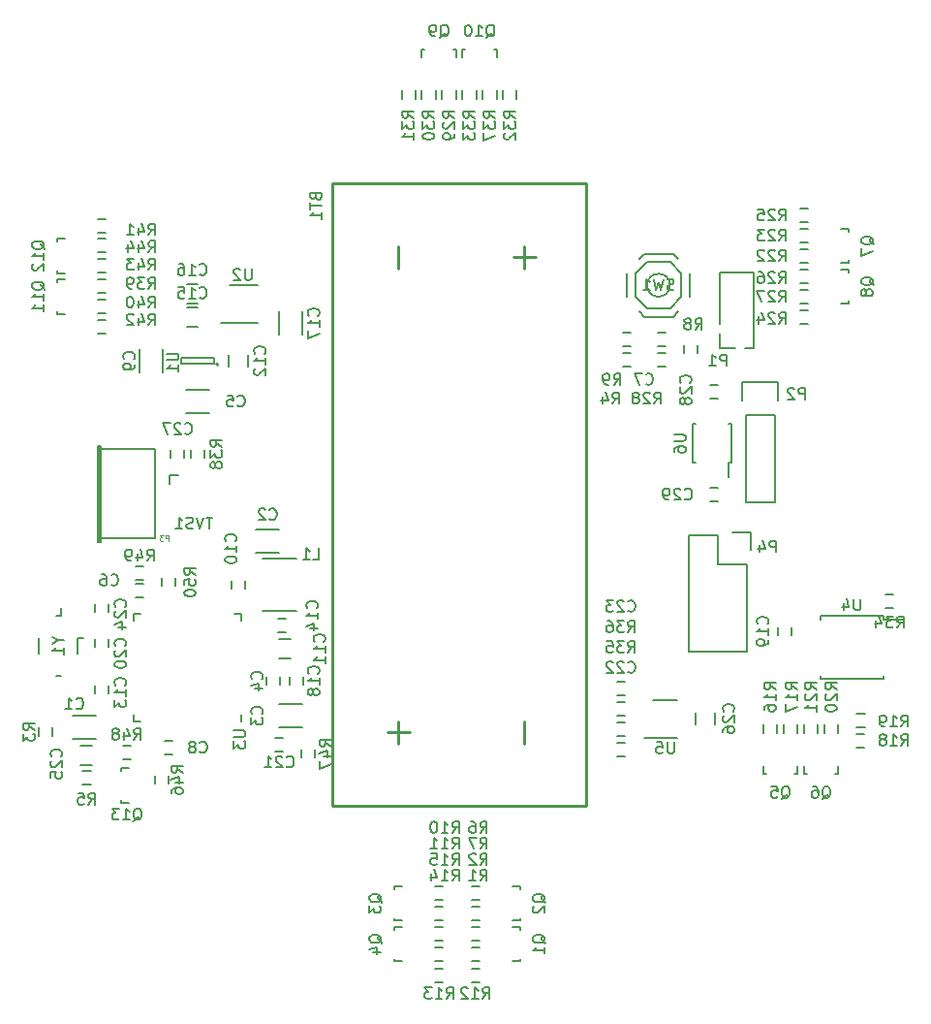
<source format=gbr>
G04 #@! TF.GenerationSoftware,KiCad,Pcbnew,(2016-12-02 revision 54c5f6b)-makepkg*
G04 #@! TF.CreationDate,2016-12-15T21:43:30-06:00*
G04 #@! TF.ProjectId,Star,537461722E6B696361645F7063620000,rev?*
G04 #@! TF.FileFunction,Legend,Bot*
G04 #@! TF.FilePolarity,Positive*
%FSLAX46Y46*%
G04 Gerber Fmt 4.6, Leading zero omitted, Abs format (unit mm)*
G04 Created by KiCad (PCBNEW (2016-12-02 revision 54c5f6b)-makepkg) date 12/15/16 21:43:30*
%MOMM*%
%LPD*%
G01*
G04 APERTURE LIST*
%ADD10C,0.100000*%
%ADD11C,0.150000*%
%ADD12C,0.254000*%
%ADD13C,0.200660*%
%ADD14C,0.203200*%
%ADD15C,0.099060*%
G04 APERTURE END LIST*
D10*
D11*
X113547000Y-82058000D02*
X113547000Y-84058000D01*
X111497000Y-84058000D02*
X111497000Y-82058000D01*
X100619000Y-122586000D02*
X100619000Y-123286000D01*
X101819000Y-123286000D02*
X101819000Y-122586000D01*
D12*
X138366500Y-70878700D02*
X138366500Y-125234700D01*
X116141500Y-70878700D02*
X138366500Y-70878700D01*
X116141500Y-125234700D02*
X138366500Y-125234700D01*
X116141500Y-70878700D02*
X116141500Y-125234700D01*
D11*
X108175250Y-108427250D02*
X108175250Y-109002250D01*
X98775250Y-108427250D02*
X98775250Y-109002250D01*
X98775250Y-117827250D02*
X98775250Y-117252250D01*
X108175250Y-117827250D02*
X108175250Y-117252250D01*
X98775250Y-108427250D02*
X99350250Y-108427250D01*
X98775250Y-117827250D02*
X99350250Y-117827250D01*
X108175250Y-108427250D02*
X107600250Y-108427250D01*
X93488000Y-117339000D02*
X95488000Y-117339000D01*
X95488000Y-119389000D02*
X93488000Y-119389000D01*
X109490000Y-101083000D02*
X111490000Y-101083000D01*
X111490000Y-103133000D02*
X109490000Y-103133000D01*
X113522000Y-118373000D02*
X111522000Y-118373000D01*
X111522000Y-116323000D02*
X113522000Y-116323000D01*
X111598000Y-114650000D02*
X111598000Y-113950000D01*
X110398000Y-113950000D02*
X110398000Y-114650000D01*
X103394000Y-88891000D02*
X105394000Y-88891000D01*
X105394000Y-90941000D02*
X103394000Y-90941000D01*
X99664000Y-105826000D02*
X98964000Y-105826000D01*
X98964000Y-107026000D02*
X99664000Y-107026000D01*
X145257000Y-85633000D02*
X144557000Y-85633000D01*
X144557000Y-86833000D02*
X145257000Y-86833000D01*
X102204000Y-119542000D02*
X101504000Y-119542000D01*
X101504000Y-120742000D02*
X102204000Y-120742000D01*
X99305000Y-87360000D02*
X99305000Y-85360000D01*
X101355000Y-85360000D02*
X101355000Y-87360000D01*
X107350000Y-105568000D02*
X107350000Y-106268000D01*
X108550000Y-106268000D02*
X108550000Y-105568000D01*
X112514000Y-112356000D02*
X111514000Y-112356000D01*
X111514000Y-110656000D02*
X112514000Y-110656000D01*
X107100000Y-86844000D02*
X107100000Y-85844000D01*
X108800000Y-85844000D02*
X108800000Y-86844000D01*
X96612000Y-115412000D02*
X96612000Y-114712000D01*
X95412000Y-114712000D02*
X95412000Y-115412000D01*
X112110000Y-108874000D02*
X111410000Y-108874000D01*
X111410000Y-110074000D02*
X112110000Y-110074000D01*
X104414021Y-83403361D02*
X103414021Y-83403361D01*
X103414021Y-81703361D02*
X104414021Y-81703361D01*
X104414021Y-81371361D02*
X103414021Y-81371361D01*
X103414021Y-79671361D02*
X104414021Y-79671361D01*
X112430000Y-113950000D02*
X112430000Y-114650000D01*
X113630000Y-114650000D02*
X113630000Y-113950000D01*
X156302000Y-110320000D02*
X156302000Y-109620000D01*
X155102000Y-109620000D02*
X155102000Y-110320000D01*
X95412000Y-110648001D02*
X95412000Y-111347999D01*
X96612000Y-111347999D02*
X96612000Y-110648001D01*
X111156000Y-120488000D02*
X111856000Y-120488000D01*
X111856000Y-119288000D02*
X111156000Y-119288000D01*
X141701000Y-119669000D02*
X141001000Y-119669000D01*
X141001000Y-120869000D02*
X141701000Y-120869000D01*
X141701000Y-114335000D02*
X141001000Y-114335000D01*
X141001000Y-115535000D02*
X141701000Y-115535000D01*
X95412000Y-107600001D02*
X95412000Y-108299999D01*
X96612000Y-108299999D02*
X96612000Y-107600001D01*
X95115000Y-121627000D02*
X94115000Y-121627000D01*
X94115000Y-119927000D02*
X95115000Y-119927000D01*
X149567000Y-117102000D02*
X149567000Y-118102000D01*
X147867000Y-118102000D02*
X147867000Y-117102000D01*
X103216000Y-94838000D02*
X103216000Y-94138000D01*
X102016000Y-94138000D02*
X102016000Y-94838000D01*
X149823832Y-88427000D02*
X149123832Y-88427000D01*
X149123832Y-89627000D02*
X149823832Y-89627000D01*
X149823832Y-97411792D02*
X149123832Y-97411792D01*
X149123832Y-98611792D02*
X149823832Y-98611792D01*
X152976000Y-85255000D02*
X152176000Y-85255000D01*
X152976000Y-78605000D02*
X152976000Y-85255000D01*
X152976000Y-78605000D02*
X150026000Y-78605000D01*
X150026000Y-78605000D02*
X150026000Y-83155000D01*
X151376000Y-85255000D02*
X150026000Y-85255000D01*
X150026000Y-85255000D02*
X150026000Y-83955000D01*
X154813000Y-91059000D02*
X154813000Y-98679000D01*
X152273000Y-91059000D02*
X152273000Y-98679000D01*
X151993000Y-88239000D02*
X151993000Y-89789000D01*
X154813000Y-98679000D02*
X152273000Y-98679000D01*
X152273000Y-91059000D02*
X154813000Y-91059000D01*
X155093000Y-89789000D02*
X155093000Y-88239000D01*
X155093000Y-88239000D02*
X151993000Y-88239000D01*
D13*
X95791020Y-102168960D02*
X95791020Y-93766640D01*
X95689420Y-102168960D02*
X95689420Y-93766640D01*
X95689420Y-93766640D02*
X95890080Y-93766640D01*
X95890080Y-93766640D02*
X95890080Y-102168960D01*
X95890080Y-102168960D02*
X95689420Y-102168960D01*
X95689420Y-101866700D02*
X100690680Y-101866700D01*
X100690680Y-101866700D02*
X100690680Y-94068900D01*
X100690680Y-94068900D02*
X95689420Y-94068900D01*
D11*
X152680000Y-101320000D02*
X152680000Y-102870000D01*
X149860000Y-104140000D02*
X152400000Y-104140000D01*
X149860000Y-101600000D02*
X149860000Y-104140000D01*
X151130000Y-101320000D02*
X152680000Y-101320000D01*
X147320000Y-101600000D02*
X149860000Y-101600000D01*
X147320000Y-111760000D02*
X147320000Y-101600000D01*
X152400000Y-111760000D02*
X147320000Y-111760000D01*
X152400000Y-104140000D02*
X152400000Y-111760000D01*
X132603240Y-136000528D02*
X132603240Y-136048788D01*
X131902200Y-138799508D02*
X132603240Y-138799508D01*
X132603240Y-138799508D02*
X132603240Y-138550588D01*
X132603240Y-136000528D02*
X132603240Y-135799868D01*
X132603240Y-135799868D02*
X131902200Y-135799868D01*
X132603240Y-132444528D02*
X132603240Y-132492788D01*
X131902200Y-135243508D02*
X132603240Y-135243508D01*
X132603240Y-135243508D02*
X132603240Y-134994588D01*
X132603240Y-132444528D02*
X132603240Y-132243868D01*
X132603240Y-132243868D02*
X131902200Y-132243868D01*
X121523760Y-135243508D02*
X122224800Y-135243508D01*
X121523760Y-135042848D02*
X121523760Y-135243508D01*
X121523760Y-132243868D02*
X121523760Y-132492788D01*
X122224800Y-132243868D02*
X121523760Y-132243868D01*
X121523760Y-135042848D02*
X121523760Y-134994588D01*
X121523760Y-138598848D02*
X121523760Y-138550588D01*
X122224800Y-135799868D02*
X121523760Y-135799868D01*
X121523760Y-135799868D02*
X121523760Y-136048788D01*
X121523760Y-138598848D02*
X121523760Y-138799508D01*
X121523760Y-138799508D02*
X122224800Y-138799508D01*
X156599196Y-122443240D02*
X156550936Y-122443240D01*
X153800216Y-121742200D02*
X153800216Y-122443240D01*
X153800216Y-122443240D02*
X154049136Y-122443240D01*
X156599196Y-122443240D02*
X156799856Y-122443240D01*
X156799856Y-122443240D02*
X156799856Y-121742200D01*
X160355856Y-122461020D02*
X160355856Y-121759980D01*
X160155196Y-122461020D02*
X160355856Y-122461020D01*
X157356216Y-122461020D02*
X157605136Y-122461020D01*
X157356216Y-121759980D02*
X157356216Y-122461020D01*
X160155196Y-122461020D02*
X160106936Y-122461020D01*
X161305240Y-75027840D02*
X161305240Y-75076100D01*
X160604200Y-77826820D02*
X161305240Y-77826820D01*
X161305240Y-77826820D02*
X161305240Y-77577900D01*
X161305240Y-75027840D02*
X161305240Y-74827180D01*
X161305240Y-74827180D02*
X160604200Y-74827180D01*
X161305240Y-78383180D02*
X160604200Y-78383180D01*
X161305240Y-78583840D02*
X161305240Y-78383180D01*
X161305240Y-81382820D02*
X161305240Y-81133900D01*
X160604200Y-81382820D02*
X161305240Y-81382820D01*
X161305240Y-78583840D02*
X161305240Y-78632100D01*
X123957918Y-59166760D02*
X123957918Y-59867800D01*
X124158578Y-59166760D02*
X123957918Y-59166760D01*
X126957558Y-59166760D02*
X126708638Y-59166760D01*
X126957558Y-59867800D02*
X126957558Y-59166760D01*
X124158578Y-59166760D02*
X124206838Y-59166760D01*
X127714578Y-59166760D02*
X127762838Y-59166760D01*
X130513558Y-59867800D02*
X130513558Y-59166760D01*
X130513558Y-59166760D02*
X130264638Y-59166760D01*
X127714578Y-59166760D02*
X127513918Y-59166760D01*
X127513918Y-59166760D02*
X127513918Y-59867800D01*
X92059760Y-82250674D02*
X92760800Y-82250674D01*
X92059760Y-82050014D02*
X92059760Y-82250674D01*
X92059760Y-79251034D02*
X92059760Y-79499954D01*
X92760800Y-79251034D02*
X92059760Y-79251034D01*
X92059760Y-82050014D02*
X92059760Y-82001754D01*
X92059760Y-78494014D02*
X92059760Y-78445754D01*
X92760800Y-75695034D02*
X92059760Y-75695034D01*
X92059760Y-75695034D02*
X92059760Y-75943954D01*
X92059760Y-78494014D02*
X92059760Y-78694674D01*
X92059760Y-78694674D02*
X92760800Y-78694674D01*
X97647760Y-124943820D02*
X98348800Y-124943820D01*
X97647760Y-124743160D02*
X97647760Y-124943820D01*
X97647760Y-121944180D02*
X97647760Y-122193100D01*
X98348800Y-121944180D02*
X97647760Y-121944180D01*
X97647760Y-124743160D02*
X97647760Y-124694900D01*
X129001000Y-137588688D02*
X128301000Y-137588688D01*
X128301000Y-138788688D02*
X129001000Y-138788688D01*
X128301000Y-137010688D02*
X129001000Y-137010688D01*
X129001000Y-135810688D02*
X128301000Y-135810688D01*
X91659000Y-119095000D02*
X91659000Y-118395000D01*
X90459000Y-118395000D02*
X90459000Y-119095000D01*
X141509000Y-86833000D02*
X142209000Y-86833000D01*
X142209000Y-85633000D02*
X141509000Y-85633000D01*
X95028500Y-122145500D02*
X94328500Y-122145500D01*
X94328500Y-123345500D02*
X95028500Y-123345500D01*
X129001000Y-132254688D02*
X128301000Y-132254688D01*
X128301000Y-133454688D02*
X129001000Y-133454688D01*
X129001000Y-134032688D02*
X128301000Y-134032688D01*
X128301000Y-135232688D02*
X129001000Y-135232688D01*
X148047000Y-85694000D02*
X148047000Y-84994000D01*
X146847000Y-84994000D02*
X146847000Y-85694000D01*
X142209000Y-83855000D02*
X141509000Y-83855000D01*
X141509000Y-85055000D02*
X142209000Y-85055000D01*
X125126000Y-133454688D02*
X125826000Y-133454688D01*
X125826000Y-132254688D02*
X125126000Y-132254688D01*
X125826000Y-134032688D02*
X125126000Y-134032688D01*
X125126000Y-135232688D02*
X125826000Y-135232688D01*
X128301000Y-140617500D02*
X129001000Y-140617500D01*
X129001000Y-139417500D02*
X128301000Y-139417500D01*
X125126000Y-140617500D02*
X125826000Y-140617500D01*
X125826000Y-139417500D02*
X125126000Y-139417500D01*
X125126000Y-138788688D02*
X125826000Y-138788688D01*
X125826000Y-137588688D02*
X125126000Y-137588688D01*
X125126000Y-137010688D02*
X125826000Y-137010688D01*
X125826000Y-135810688D02*
X125126000Y-135810688D01*
X155011036Y-118841000D02*
X155011036Y-118141000D01*
X153811036Y-118141000D02*
X153811036Y-118841000D01*
X155589036Y-118141000D02*
X155589036Y-118841000D01*
X156789036Y-118841000D02*
X156789036Y-118141000D01*
X162656000Y-118907000D02*
X161956000Y-118907000D01*
X161956000Y-120107000D02*
X162656000Y-120107000D01*
X161968000Y-118392500D02*
X162668000Y-118392500D01*
X162668000Y-117192500D02*
X161968000Y-117192500D01*
X159145036Y-118141000D02*
X159145036Y-118841000D01*
X160345036Y-118841000D02*
X160345036Y-118141000D01*
X158567036Y-118841000D02*
X158567036Y-118141000D01*
X157367036Y-118141000D02*
X157367036Y-118841000D01*
X157003000Y-77816000D02*
X157703000Y-77816000D01*
X157703000Y-76616000D02*
X157003000Y-76616000D01*
X157703000Y-74838000D02*
X157003000Y-74838000D01*
X157003000Y-76038000D02*
X157703000Y-76038000D01*
X157703000Y-81950000D02*
X157003000Y-81950000D01*
X157003000Y-83150000D02*
X157703000Y-83150000D01*
X157003000Y-74260000D02*
X157703000Y-74260000D01*
X157703000Y-73060000D02*
X157003000Y-73060000D01*
X157703000Y-78394000D02*
X157003000Y-78394000D01*
X157003000Y-79594000D02*
X157703000Y-79594000D01*
X157003000Y-81372000D02*
X157703000Y-81372000D01*
X157703000Y-80172000D02*
X157003000Y-80172000D01*
X144557000Y-85055000D02*
X145257000Y-85055000D01*
X145257000Y-83855000D02*
X144557000Y-83855000D01*
X125746738Y-62769000D02*
X125746738Y-63469000D01*
X126946738Y-63469000D02*
X126946738Y-62769000D01*
X125168738Y-63469000D02*
X125168738Y-62769000D01*
X123968738Y-62769000D02*
X123968738Y-63469000D01*
X123409000Y-63469000D02*
X123409000Y-62769000D01*
X122209000Y-62769000D02*
X122209000Y-63469000D01*
X131035500Y-62769000D02*
X131035500Y-63469000D01*
X132235500Y-63469000D02*
X132235500Y-62769000D01*
X127524738Y-62769000D02*
X127524738Y-63469000D01*
X128724738Y-63469000D02*
X128724738Y-62769000D01*
X165196000Y-106715000D02*
X164496000Y-106715000D01*
X164496000Y-107915000D02*
X165196000Y-107915000D01*
X141701000Y-117891000D02*
X141001000Y-117891000D01*
X141001000Y-119091000D02*
X141701000Y-119091000D01*
X141701000Y-116113000D02*
X141001000Y-116113000D01*
X141001000Y-117313000D02*
X141701000Y-117313000D01*
X129302738Y-62769000D02*
X129302738Y-63469000D01*
X130502738Y-63469000D02*
X130502738Y-62769000D01*
X103794000Y-94138000D02*
X103794000Y-94838000D01*
X104994000Y-94838000D02*
X104994000Y-94138000D01*
X95662000Y-80461854D02*
X96362000Y-80461854D01*
X96362000Y-79261854D02*
X95662000Y-79261854D01*
X96362000Y-81039854D02*
X95662000Y-81039854D01*
X95662000Y-82239854D02*
X96362000Y-82239854D01*
X95662000Y-75212500D02*
X96362000Y-75212500D01*
X96362000Y-74012500D02*
X95662000Y-74012500D01*
X95662000Y-83975500D02*
X96362000Y-83975500D01*
X96362000Y-82775500D02*
X95662000Y-82775500D01*
X95662000Y-78683854D02*
X96362000Y-78683854D01*
X96362000Y-77483854D02*
X95662000Y-77483854D01*
X95662000Y-76905854D02*
X96362000Y-76905854D01*
X96362000Y-75705854D02*
X95662000Y-75705854D01*
X114646000Y-121000000D02*
X114646000Y-120300000D01*
X113446000Y-120300000D02*
X113446000Y-121000000D01*
X98533000Y-119923000D02*
X97833000Y-119923000D01*
X97833000Y-121123000D02*
X98533000Y-121123000D01*
X98964000Y-105502000D02*
X99664000Y-105502000D01*
X99664000Y-104302000D02*
X98964000Y-104302000D01*
X102454000Y-106014000D02*
X102454000Y-105314000D01*
X101254000Y-105314000D02*
X101254000Y-106014000D01*
X92402000Y-108652000D02*
X92002000Y-108652000D01*
X92402000Y-113852000D02*
X92002000Y-113852000D01*
X90502000Y-110550960D02*
X90502000Y-111953040D01*
X93902000Y-111954080D02*
X93902000Y-110552000D01*
X93902000Y-110552000D02*
X94402000Y-110552000D01*
X92402000Y-108652000D02*
X92402000Y-107952000D01*
X106194000Y-86660000D02*
G75*
G03X106194000Y-86660000I-100000J0D01*
G01*
X105844000Y-86110000D02*
X105844000Y-86610000D01*
X102944000Y-86110000D02*
X105844000Y-86110000D01*
X102944000Y-86610000D02*
X102944000Y-86110000D01*
X105844000Y-86610000D02*
X102944000Y-86610000D01*
X107140521Y-79745361D02*
X109590521Y-79745361D01*
X106415521Y-83045361D02*
X109590521Y-83045361D01*
X164294000Y-108624000D02*
X164294000Y-108924000D01*
X158794000Y-108624000D02*
X158794000Y-108924000D01*
X158794000Y-114134000D02*
X158794000Y-113834000D01*
X164294000Y-114134000D02*
X164294000Y-113834000D01*
X164294000Y-108624000D02*
X158794000Y-108624000D01*
X164294000Y-114134000D02*
X158794000Y-114134000D01*
X164294000Y-108924000D02*
X166044000Y-108924000D01*
X144204000Y-116017000D02*
X146304000Y-116017000D01*
X143429000Y-119267000D02*
X146304000Y-119267000D01*
X151021832Y-95241792D02*
X150771832Y-95241792D01*
X151021832Y-91891792D02*
X150771832Y-91891792D01*
X147671832Y-91891792D02*
X147921832Y-91891792D01*
X147671832Y-95241792D02*
X147921832Y-95241792D01*
X151021832Y-95241792D02*
X151021832Y-91891792D01*
X147671832Y-95241792D02*
X147671832Y-91891792D01*
X150771832Y-95241792D02*
X150771832Y-96491792D01*
D14*
X101935000Y-97142100D02*
X101935000Y-96380100D01*
X101935000Y-96380100D02*
X102697000Y-96380100D01*
D11*
X110027720Y-108204000D02*
X113030000Y-108204000D01*
X110027720Y-103632000D02*
X113030000Y-103632000D01*
X146353000Y-82056000D02*
X145903000Y-82506000D01*
X142953000Y-82056000D02*
X143403000Y-82506000D01*
X142953000Y-77456000D02*
X143403000Y-77006000D01*
X146353000Y-77456000D02*
X145903000Y-77006000D01*
X146653000Y-78756000D02*
X145653000Y-77756000D01*
X145653000Y-77756000D02*
X143653000Y-77756000D01*
X143653000Y-77756000D02*
X142653000Y-78756000D01*
X142653000Y-78756000D02*
X142653000Y-80756000D01*
X142653000Y-80756000D02*
X143653000Y-81756000D01*
X143653000Y-81756000D02*
X145653000Y-81756000D01*
X145653000Y-81756000D02*
X146653000Y-80756000D01*
X146653000Y-80756000D02*
X146653000Y-78756000D01*
X141903000Y-78756000D02*
X141903000Y-80756000D01*
X145903000Y-82506000D02*
X143403000Y-82506000D01*
X147403000Y-78756000D02*
X147403000Y-80756000D01*
X145903000Y-77006000D02*
X143403000Y-77006000D01*
X145653000Y-79756000D02*
G75*
G03X145653000Y-79756000I-1000000J0D01*
G01*
X114911142Y-82415142D02*
X114958761Y-82367523D01*
X115006380Y-82224666D01*
X115006380Y-82129428D01*
X114958761Y-81986571D01*
X114863523Y-81891333D01*
X114768285Y-81843714D01*
X114577809Y-81796095D01*
X114434952Y-81796095D01*
X114244476Y-81843714D01*
X114149238Y-81891333D01*
X114054000Y-81986571D01*
X114006380Y-82129428D01*
X114006380Y-82224666D01*
X114054000Y-82367523D01*
X114101619Y-82415142D01*
X115006380Y-83367523D02*
X115006380Y-82796095D01*
X115006380Y-83081809D02*
X114006380Y-83081809D01*
X114149238Y-82986571D01*
X114244476Y-82891333D01*
X114292095Y-82796095D01*
X114006380Y-83700857D02*
X114006380Y-84367523D01*
X115006380Y-83938952D01*
X103068380Y-122293142D02*
X102592190Y-121959809D01*
X103068380Y-121721714D02*
X102068380Y-121721714D01*
X102068380Y-122102666D01*
X102116000Y-122197904D01*
X102163619Y-122245523D01*
X102258857Y-122293142D01*
X102401714Y-122293142D01*
X102496952Y-122245523D01*
X102544571Y-122197904D01*
X102592190Y-122102666D01*
X102592190Y-121721714D01*
X102401714Y-123150285D02*
X103068380Y-123150285D01*
X102020761Y-122912190D02*
X102735047Y-122674095D01*
X102735047Y-123293142D01*
X102068380Y-124102666D02*
X102068380Y-123912190D01*
X102116000Y-123816952D01*
X102163619Y-123769333D01*
X102306476Y-123674095D01*
X102496952Y-123626476D01*
X102877904Y-123626476D01*
X102973142Y-123674095D01*
X103020761Y-123721714D01*
X103068380Y-123816952D01*
X103068380Y-124007428D01*
X103020761Y-124102666D01*
X102973142Y-124150285D01*
X102877904Y-124197904D01*
X102639809Y-124197904D01*
X102544571Y-124150285D01*
X102496952Y-124102666D01*
X102449333Y-124007428D01*
X102449333Y-123816952D01*
X102496952Y-123721714D01*
X102544571Y-123674095D01*
X102639809Y-123626476D01*
X114682571Y-72024285D02*
X114730190Y-72167142D01*
X114777809Y-72214761D01*
X114873047Y-72262380D01*
X115015904Y-72262380D01*
X115111142Y-72214761D01*
X115158761Y-72167142D01*
X115206380Y-72071904D01*
X115206380Y-71690952D01*
X114206380Y-71690952D01*
X114206380Y-72024285D01*
X114254000Y-72119523D01*
X114301619Y-72167142D01*
X114396857Y-72214761D01*
X114492095Y-72214761D01*
X114587333Y-72167142D01*
X114634952Y-72119523D01*
X114682571Y-72024285D01*
X114682571Y-71690952D01*
X114206380Y-72548095D02*
X114206380Y-73119523D01*
X115206380Y-72833809D02*
X114206380Y-72833809D01*
X115206380Y-73976666D02*
X115206380Y-73405238D01*
X115206380Y-73690952D02*
X114206380Y-73690952D01*
X114349238Y-73595714D01*
X114444476Y-73500476D01*
X114492095Y-73405238D01*
D12*
X121935428Y-76342380D02*
X121935428Y-78277619D01*
X132935428Y-76342380D02*
X132935428Y-78277619D01*
X133903047Y-77310000D02*
X131967809Y-77310000D01*
X121935428Y-117842380D02*
X121935428Y-119777619D01*
X122903047Y-118810000D02*
X120967809Y-118810000D01*
X132935428Y-117842380D02*
X132935428Y-119777619D01*
D11*
X107529380Y-118618095D02*
X108338904Y-118618095D01*
X108434142Y-118665714D01*
X108481761Y-118713333D01*
X108529380Y-118808571D01*
X108529380Y-118999047D01*
X108481761Y-119094285D01*
X108434142Y-119141904D01*
X108338904Y-119189523D01*
X107529380Y-119189523D01*
X107529380Y-119570476D02*
X107529380Y-120189523D01*
X107910333Y-119856190D01*
X107910333Y-119999047D01*
X107957952Y-120094285D01*
X108005571Y-120141904D01*
X108100809Y-120189523D01*
X108338904Y-120189523D01*
X108434142Y-120141904D01*
X108481761Y-120094285D01*
X108529380Y-119999047D01*
X108529380Y-119713333D01*
X108481761Y-119618095D01*
X108434142Y-119570476D01*
X93765666Y-116689142D02*
X93813285Y-116736761D01*
X93956142Y-116784380D01*
X94051380Y-116784380D01*
X94194238Y-116736761D01*
X94289476Y-116641523D01*
X94337095Y-116546285D01*
X94384714Y-116355809D01*
X94384714Y-116212952D01*
X94337095Y-116022476D01*
X94289476Y-115927238D01*
X94194238Y-115832000D01*
X94051380Y-115784380D01*
X93956142Y-115784380D01*
X93813285Y-115832000D01*
X93765666Y-115879619D01*
X92813285Y-116784380D02*
X93384714Y-116784380D01*
X93099000Y-116784380D02*
X93099000Y-115784380D01*
X93194238Y-115927238D01*
X93289476Y-116022476D01*
X93384714Y-116070095D01*
X110656666Y-100165142D02*
X110704285Y-100212761D01*
X110847142Y-100260380D01*
X110942380Y-100260380D01*
X111085238Y-100212761D01*
X111180476Y-100117523D01*
X111228095Y-100022285D01*
X111275714Y-99831809D01*
X111275714Y-99688952D01*
X111228095Y-99498476D01*
X111180476Y-99403238D01*
X111085238Y-99308000D01*
X110942380Y-99260380D01*
X110847142Y-99260380D01*
X110704285Y-99308000D01*
X110656666Y-99355619D01*
X110275714Y-99355619D02*
X110228095Y-99308000D01*
X110132857Y-99260380D01*
X109894761Y-99260380D01*
X109799523Y-99308000D01*
X109751904Y-99355619D01*
X109704285Y-99450857D01*
X109704285Y-99546095D01*
X109751904Y-99688952D01*
X110323333Y-100260380D01*
X109704285Y-100260380D01*
X109958142Y-117181333D02*
X110005761Y-117133714D01*
X110053380Y-116990857D01*
X110053380Y-116895619D01*
X110005761Y-116752761D01*
X109910523Y-116657523D01*
X109815285Y-116609904D01*
X109624809Y-116562285D01*
X109481952Y-116562285D01*
X109291476Y-116609904D01*
X109196238Y-116657523D01*
X109101000Y-116752761D01*
X109053380Y-116895619D01*
X109053380Y-116990857D01*
X109101000Y-117133714D01*
X109148619Y-117181333D01*
X109053380Y-117514666D02*
X109053380Y-118133714D01*
X109434333Y-117800380D01*
X109434333Y-117943238D01*
X109481952Y-118038476D01*
X109529571Y-118086095D01*
X109624809Y-118133714D01*
X109862904Y-118133714D01*
X109958142Y-118086095D01*
X110005761Y-118038476D01*
X110053380Y-117943238D01*
X110053380Y-117657523D01*
X110005761Y-117562285D01*
X109958142Y-117514666D01*
X109958142Y-114133333D02*
X110005761Y-114085714D01*
X110053380Y-113942857D01*
X110053380Y-113847619D01*
X110005761Y-113704761D01*
X109910523Y-113609523D01*
X109815285Y-113561904D01*
X109624809Y-113514285D01*
X109481952Y-113514285D01*
X109291476Y-113561904D01*
X109196238Y-113609523D01*
X109101000Y-113704761D01*
X109053380Y-113847619D01*
X109053380Y-113942857D01*
X109101000Y-114085714D01*
X109148619Y-114133333D01*
X109386714Y-114990476D02*
X110053380Y-114990476D01*
X109005761Y-114752380D02*
X109720047Y-114514285D01*
X109720047Y-115133333D01*
X107862666Y-90273142D02*
X107910285Y-90320761D01*
X108053142Y-90368380D01*
X108148380Y-90368380D01*
X108291238Y-90320761D01*
X108386476Y-90225523D01*
X108434095Y-90130285D01*
X108481714Y-89939809D01*
X108481714Y-89796952D01*
X108434095Y-89606476D01*
X108386476Y-89511238D01*
X108291238Y-89416000D01*
X108148380Y-89368380D01*
X108053142Y-89368380D01*
X107910285Y-89416000D01*
X107862666Y-89463619D01*
X106957904Y-89368380D02*
X107434095Y-89368380D01*
X107481714Y-89844571D01*
X107434095Y-89796952D01*
X107338857Y-89749333D01*
X107100761Y-89749333D01*
X107005523Y-89796952D01*
X106957904Y-89844571D01*
X106910285Y-89939809D01*
X106910285Y-90177904D01*
X106957904Y-90273142D01*
X107005523Y-90320761D01*
X107100761Y-90368380D01*
X107338857Y-90368380D01*
X107434095Y-90320761D01*
X107481714Y-90273142D01*
X96813666Y-105894142D02*
X96861285Y-105941761D01*
X97004142Y-105989380D01*
X97099380Y-105989380D01*
X97242238Y-105941761D01*
X97337476Y-105846523D01*
X97385095Y-105751285D01*
X97432714Y-105560809D01*
X97432714Y-105417952D01*
X97385095Y-105227476D01*
X97337476Y-105132238D01*
X97242238Y-105037000D01*
X97099380Y-104989380D01*
X97004142Y-104989380D01*
X96861285Y-105037000D01*
X96813666Y-105084619D01*
X95956523Y-104989380D02*
X96147000Y-104989380D01*
X96242238Y-105037000D01*
X96289857Y-105084619D01*
X96385095Y-105227476D01*
X96432714Y-105417952D01*
X96432714Y-105798904D01*
X96385095Y-105894142D01*
X96337476Y-105941761D01*
X96242238Y-105989380D01*
X96051761Y-105989380D01*
X95956523Y-105941761D01*
X95908904Y-105894142D01*
X95861285Y-105798904D01*
X95861285Y-105560809D01*
X95908904Y-105465571D01*
X95956523Y-105417952D01*
X96051761Y-105370333D01*
X96242238Y-105370333D01*
X96337476Y-105417952D01*
X96385095Y-105465571D01*
X96432714Y-105560809D01*
X143549666Y-88368142D02*
X143597285Y-88415761D01*
X143740142Y-88463380D01*
X143835380Y-88463380D01*
X143978238Y-88415761D01*
X144073476Y-88320523D01*
X144121095Y-88225285D01*
X144168714Y-88034809D01*
X144168714Y-87891952D01*
X144121095Y-87701476D01*
X144073476Y-87606238D01*
X143978238Y-87511000D01*
X143835380Y-87463380D01*
X143740142Y-87463380D01*
X143597285Y-87511000D01*
X143549666Y-87558619D01*
X143216333Y-87463380D02*
X142549666Y-87463380D01*
X142978238Y-88463380D01*
X104560666Y-120499142D02*
X104608285Y-120546761D01*
X104751142Y-120594380D01*
X104846380Y-120594380D01*
X104989238Y-120546761D01*
X105084476Y-120451523D01*
X105132095Y-120356285D01*
X105179714Y-120165809D01*
X105179714Y-120022952D01*
X105132095Y-119832476D01*
X105084476Y-119737238D01*
X104989238Y-119642000D01*
X104846380Y-119594380D01*
X104751142Y-119594380D01*
X104608285Y-119642000D01*
X104560666Y-119689619D01*
X103989238Y-120022952D02*
X104084476Y-119975333D01*
X104132095Y-119927714D01*
X104179714Y-119832476D01*
X104179714Y-119784857D01*
X104132095Y-119689619D01*
X104084476Y-119642000D01*
X103989238Y-119594380D01*
X103798761Y-119594380D01*
X103703523Y-119642000D01*
X103655904Y-119689619D01*
X103608285Y-119784857D01*
X103608285Y-119832476D01*
X103655904Y-119927714D01*
X103703523Y-119975333D01*
X103798761Y-120022952D01*
X103989238Y-120022952D01*
X104084476Y-120070571D01*
X104132095Y-120118190D01*
X104179714Y-120213428D01*
X104179714Y-120403904D01*
X104132095Y-120499142D01*
X104084476Y-120546761D01*
X103989238Y-120594380D01*
X103798761Y-120594380D01*
X103703523Y-120546761D01*
X103655904Y-120499142D01*
X103608285Y-120403904D01*
X103608285Y-120213428D01*
X103655904Y-120118190D01*
X103703523Y-120070571D01*
X103798761Y-120022952D01*
X98782142Y-86193333D02*
X98829761Y-86145714D01*
X98877380Y-86002857D01*
X98877380Y-85907619D01*
X98829761Y-85764761D01*
X98734523Y-85669523D01*
X98639285Y-85621904D01*
X98448809Y-85574285D01*
X98305952Y-85574285D01*
X98115476Y-85621904D01*
X98020238Y-85669523D01*
X97925000Y-85764761D01*
X97877380Y-85907619D01*
X97877380Y-86002857D01*
X97925000Y-86145714D01*
X97972619Y-86193333D01*
X98877380Y-86669523D02*
X98877380Y-86860000D01*
X98829761Y-86955238D01*
X98782142Y-87002857D01*
X98639285Y-87098095D01*
X98448809Y-87145714D01*
X98067857Y-87145714D01*
X97972619Y-87098095D01*
X97925000Y-87050476D01*
X97877380Y-86955238D01*
X97877380Y-86764761D01*
X97925000Y-86669523D01*
X97972619Y-86621904D01*
X98067857Y-86574285D01*
X98305952Y-86574285D01*
X98401190Y-86621904D01*
X98448809Y-86669523D01*
X98496428Y-86764761D01*
X98496428Y-86955238D01*
X98448809Y-87050476D01*
X98401190Y-87098095D01*
X98305952Y-87145714D01*
X107672142Y-102100142D02*
X107719761Y-102052523D01*
X107767380Y-101909666D01*
X107767380Y-101814428D01*
X107719761Y-101671571D01*
X107624523Y-101576333D01*
X107529285Y-101528714D01*
X107338809Y-101481095D01*
X107195952Y-101481095D01*
X107005476Y-101528714D01*
X106910238Y-101576333D01*
X106815000Y-101671571D01*
X106767380Y-101814428D01*
X106767380Y-101909666D01*
X106815000Y-102052523D01*
X106862619Y-102100142D01*
X107767380Y-103052523D02*
X107767380Y-102481095D01*
X107767380Y-102766809D02*
X106767380Y-102766809D01*
X106910238Y-102671571D01*
X107005476Y-102576333D01*
X107053095Y-102481095D01*
X106767380Y-103671571D02*
X106767380Y-103766809D01*
X106815000Y-103862047D01*
X106862619Y-103909666D01*
X106957857Y-103957285D01*
X107148333Y-104004904D01*
X107386428Y-104004904D01*
X107576904Y-103957285D01*
X107672142Y-103909666D01*
X107719761Y-103862047D01*
X107767380Y-103766809D01*
X107767380Y-103671571D01*
X107719761Y-103576333D01*
X107672142Y-103528714D01*
X107576904Y-103481095D01*
X107386428Y-103433476D01*
X107148333Y-103433476D01*
X106957857Y-103481095D01*
X106862619Y-103528714D01*
X106815000Y-103576333D01*
X106767380Y-103671571D01*
X115419142Y-110863142D02*
X115466761Y-110815523D01*
X115514380Y-110672666D01*
X115514380Y-110577428D01*
X115466761Y-110434571D01*
X115371523Y-110339333D01*
X115276285Y-110291714D01*
X115085809Y-110244095D01*
X114942952Y-110244095D01*
X114752476Y-110291714D01*
X114657238Y-110339333D01*
X114562000Y-110434571D01*
X114514380Y-110577428D01*
X114514380Y-110672666D01*
X114562000Y-110815523D01*
X114609619Y-110863142D01*
X115514380Y-111815523D02*
X115514380Y-111244095D01*
X115514380Y-111529809D02*
X114514380Y-111529809D01*
X114657238Y-111434571D01*
X114752476Y-111339333D01*
X114800095Y-111244095D01*
X115514380Y-112767904D02*
X115514380Y-112196476D01*
X115514380Y-112482190D02*
X114514380Y-112482190D01*
X114657238Y-112386952D01*
X114752476Y-112291714D01*
X114800095Y-112196476D01*
X110212142Y-85717142D02*
X110259761Y-85669523D01*
X110307380Y-85526666D01*
X110307380Y-85431428D01*
X110259761Y-85288571D01*
X110164523Y-85193333D01*
X110069285Y-85145714D01*
X109878809Y-85098095D01*
X109735952Y-85098095D01*
X109545476Y-85145714D01*
X109450238Y-85193333D01*
X109355000Y-85288571D01*
X109307380Y-85431428D01*
X109307380Y-85526666D01*
X109355000Y-85669523D01*
X109402619Y-85717142D01*
X110307380Y-86669523D02*
X110307380Y-86098095D01*
X110307380Y-86383809D02*
X109307380Y-86383809D01*
X109450238Y-86288571D01*
X109545476Y-86193333D01*
X109593095Y-86098095D01*
X109402619Y-87050476D02*
X109355000Y-87098095D01*
X109307380Y-87193333D01*
X109307380Y-87431428D01*
X109355000Y-87526666D01*
X109402619Y-87574285D01*
X109497857Y-87621904D01*
X109593095Y-87621904D01*
X109735952Y-87574285D01*
X110307380Y-87002857D01*
X110307380Y-87621904D01*
X98020142Y-114673142D02*
X98067761Y-114625523D01*
X98115380Y-114482666D01*
X98115380Y-114387428D01*
X98067761Y-114244571D01*
X97972523Y-114149333D01*
X97877285Y-114101714D01*
X97686809Y-114054095D01*
X97543952Y-114054095D01*
X97353476Y-114101714D01*
X97258238Y-114149333D01*
X97163000Y-114244571D01*
X97115380Y-114387428D01*
X97115380Y-114482666D01*
X97163000Y-114625523D01*
X97210619Y-114673142D01*
X98115380Y-115625523D02*
X98115380Y-115054095D01*
X98115380Y-115339809D02*
X97115380Y-115339809D01*
X97258238Y-115244571D01*
X97353476Y-115149333D01*
X97401095Y-115054095D01*
X97115380Y-115958857D02*
X97115380Y-116577904D01*
X97496333Y-116244571D01*
X97496333Y-116387428D01*
X97543952Y-116482666D01*
X97591571Y-116530285D01*
X97686809Y-116577904D01*
X97924904Y-116577904D01*
X98020142Y-116530285D01*
X98067761Y-116482666D01*
X98115380Y-116387428D01*
X98115380Y-116101714D01*
X98067761Y-116006476D01*
X98020142Y-115958857D01*
X114784142Y-107942142D02*
X114831761Y-107894523D01*
X114879380Y-107751666D01*
X114879380Y-107656428D01*
X114831761Y-107513571D01*
X114736523Y-107418333D01*
X114641285Y-107370714D01*
X114450809Y-107323095D01*
X114307952Y-107323095D01*
X114117476Y-107370714D01*
X114022238Y-107418333D01*
X113927000Y-107513571D01*
X113879380Y-107656428D01*
X113879380Y-107751666D01*
X113927000Y-107894523D01*
X113974619Y-107942142D01*
X114879380Y-108894523D02*
X114879380Y-108323095D01*
X114879380Y-108608809D02*
X113879380Y-108608809D01*
X114022238Y-108513571D01*
X114117476Y-108418333D01*
X114165095Y-108323095D01*
X114212714Y-109751666D02*
X114879380Y-109751666D01*
X113831761Y-109513571D02*
X114546047Y-109275476D01*
X114546047Y-109894523D01*
X104556878Y-80810503D02*
X104604497Y-80858122D01*
X104747354Y-80905741D01*
X104842592Y-80905741D01*
X104985449Y-80858122D01*
X105080687Y-80762884D01*
X105128306Y-80667646D01*
X105175925Y-80477170D01*
X105175925Y-80334313D01*
X105128306Y-80143837D01*
X105080687Y-80048599D01*
X104985449Y-79953361D01*
X104842592Y-79905741D01*
X104747354Y-79905741D01*
X104604497Y-79953361D01*
X104556878Y-80000980D01*
X103604497Y-80905741D02*
X104175925Y-80905741D01*
X103890211Y-80905741D02*
X103890211Y-79905741D01*
X103985449Y-80048599D01*
X104080687Y-80143837D01*
X104175925Y-80191456D01*
X102699735Y-79905741D02*
X103175925Y-79905741D01*
X103223544Y-80381932D01*
X103175925Y-80334313D01*
X103080687Y-80286694D01*
X102842592Y-80286694D01*
X102747354Y-80334313D01*
X102699735Y-80381932D01*
X102652116Y-80477170D01*
X102652116Y-80715265D01*
X102699735Y-80810503D01*
X102747354Y-80858122D01*
X102842592Y-80905741D01*
X103080687Y-80905741D01*
X103175925Y-80858122D01*
X103223544Y-80810503D01*
X104556878Y-78778503D02*
X104604497Y-78826122D01*
X104747354Y-78873741D01*
X104842592Y-78873741D01*
X104985449Y-78826122D01*
X105080687Y-78730884D01*
X105128306Y-78635646D01*
X105175925Y-78445170D01*
X105175925Y-78302313D01*
X105128306Y-78111837D01*
X105080687Y-78016599D01*
X104985449Y-77921361D01*
X104842592Y-77873741D01*
X104747354Y-77873741D01*
X104604497Y-77921361D01*
X104556878Y-77968980D01*
X103604497Y-78873741D02*
X104175925Y-78873741D01*
X103890211Y-78873741D02*
X103890211Y-77873741D01*
X103985449Y-78016599D01*
X104080687Y-78111837D01*
X104175925Y-78159456D01*
X102747354Y-77873741D02*
X102937830Y-77873741D01*
X103033068Y-77921361D01*
X103080687Y-77968980D01*
X103175925Y-78111837D01*
X103223544Y-78302313D01*
X103223544Y-78683265D01*
X103175925Y-78778503D01*
X103128306Y-78826122D01*
X103033068Y-78873741D01*
X102842592Y-78873741D01*
X102747354Y-78826122D01*
X102699735Y-78778503D01*
X102652116Y-78683265D01*
X102652116Y-78445170D01*
X102699735Y-78349932D01*
X102747354Y-78302313D01*
X102842592Y-78254694D01*
X103033068Y-78254694D01*
X103128306Y-78302313D01*
X103175925Y-78349932D01*
X103223544Y-78445170D01*
X114911142Y-113657142D02*
X114958761Y-113609523D01*
X115006380Y-113466666D01*
X115006380Y-113371428D01*
X114958761Y-113228571D01*
X114863523Y-113133333D01*
X114768285Y-113085714D01*
X114577809Y-113038095D01*
X114434952Y-113038095D01*
X114244476Y-113085714D01*
X114149238Y-113133333D01*
X114054000Y-113228571D01*
X114006380Y-113371428D01*
X114006380Y-113466666D01*
X114054000Y-113609523D01*
X114101619Y-113657142D01*
X115006380Y-114609523D02*
X115006380Y-114038095D01*
X115006380Y-114323809D02*
X114006380Y-114323809D01*
X114149238Y-114228571D01*
X114244476Y-114133333D01*
X114292095Y-114038095D01*
X114434952Y-115180952D02*
X114387333Y-115085714D01*
X114339714Y-115038095D01*
X114244476Y-114990476D01*
X114196857Y-114990476D01*
X114101619Y-115038095D01*
X114054000Y-115085714D01*
X114006380Y-115180952D01*
X114006380Y-115371428D01*
X114054000Y-115466666D01*
X114101619Y-115514285D01*
X114196857Y-115561904D01*
X114244476Y-115561904D01*
X114339714Y-115514285D01*
X114387333Y-115466666D01*
X114434952Y-115371428D01*
X114434952Y-115180952D01*
X114482571Y-115085714D01*
X114530190Y-115038095D01*
X114625428Y-114990476D01*
X114815904Y-114990476D01*
X114911142Y-115038095D01*
X114958761Y-115085714D01*
X115006380Y-115180952D01*
X115006380Y-115371428D01*
X114958761Y-115466666D01*
X114911142Y-115514285D01*
X114815904Y-115561904D01*
X114625428Y-115561904D01*
X114530190Y-115514285D01*
X114482571Y-115466666D01*
X114434952Y-115371428D01*
X154159142Y-109327142D02*
X154206761Y-109279523D01*
X154254380Y-109136666D01*
X154254380Y-109041428D01*
X154206761Y-108898571D01*
X154111523Y-108803333D01*
X154016285Y-108755714D01*
X153825809Y-108708095D01*
X153682952Y-108708095D01*
X153492476Y-108755714D01*
X153397238Y-108803333D01*
X153302000Y-108898571D01*
X153254380Y-109041428D01*
X153254380Y-109136666D01*
X153302000Y-109279523D01*
X153349619Y-109327142D01*
X154254380Y-110279523D02*
X154254380Y-109708095D01*
X154254380Y-109993809D02*
X153254380Y-109993809D01*
X153397238Y-109898571D01*
X153492476Y-109803333D01*
X153540095Y-109708095D01*
X154254380Y-110755714D02*
X154254380Y-110946190D01*
X154206761Y-111041428D01*
X154159142Y-111089047D01*
X154016285Y-111184285D01*
X153825809Y-111231904D01*
X153444857Y-111231904D01*
X153349619Y-111184285D01*
X153302000Y-111136666D01*
X153254380Y-111041428D01*
X153254380Y-110850952D01*
X153302000Y-110755714D01*
X153349619Y-110708095D01*
X153444857Y-110660476D01*
X153682952Y-110660476D01*
X153778190Y-110708095D01*
X153825809Y-110755714D01*
X153873428Y-110850952D01*
X153873428Y-111041428D01*
X153825809Y-111136666D01*
X153778190Y-111184285D01*
X153682952Y-111231904D01*
X98020142Y-111244142D02*
X98067761Y-111196523D01*
X98115380Y-111053666D01*
X98115380Y-110958428D01*
X98067761Y-110815571D01*
X97972523Y-110720333D01*
X97877285Y-110672714D01*
X97686809Y-110625095D01*
X97543952Y-110625095D01*
X97353476Y-110672714D01*
X97258238Y-110720333D01*
X97163000Y-110815571D01*
X97115380Y-110958428D01*
X97115380Y-111053666D01*
X97163000Y-111196523D01*
X97210619Y-111244142D01*
X97210619Y-111625095D02*
X97163000Y-111672714D01*
X97115380Y-111767952D01*
X97115380Y-112006047D01*
X97163000Y-112101285D01*
X97210619Y-112148904D01*
X97305857Y-112196523D01*
X97401095Y-112196523D01*
X97543952Y-112148904D01*
X98115380Y-111577476D01*
X98115380Y-112196523D01*
X97115380Y-112815571D02*
X97115380Y-112910809D01*
X97163000Y-113006047D01*
X97210619Y-113053666D01*
X97305857Y-113101285D01*
X97496333Y-113148904D01*
X97734428Y-113148904D01*
X97924904Y-113101285D01*
X98020142Y-113053666D01*
X98067761Y-113006047D01*
X98115380Y-112910809D01*
X98115380Y-112815571D01*
X98067761Y-112720333D01*
X98020142Y-112672714D01*
X97924904Y-112625095D01*
X97734428Y-112577476D01*
X97496333Y-112577476D01*
X97305857Y-112625095D01*
X97210619Y-112672714D01*
X97163000Y-112720333D01*
X97115380Y-112815571D01*
X112148857Y-121769142D02*
X112196476Y-121816761D01*
X112339333Y-121864380D01*
X112434571Y-121864380D01*
X112577428Y-121816761D01*
X112672666Y-121721523D01*
X112720285Y-121626285D01*
X112767904Y-121435809D01*
X112767904Y-121292952D01*
X112720285Y-121102476D01*
X112672666Y-121007238D01*
X112577428Y-120912000D01*
X112434571Y-120864380D01*
X112339333Y-120864380D01*
X112196476Y-120912000D01*
X112148857Y-120959619D01*
X111767904Y-120959619D02*
X111720285Y-120912000D01*
X111625047Y-120864380D01*
X111386952Y-120864380D01*
X111291714Y-120912000D01*
X111244095Y-120959619D01*
X111196476Y-121054857D01*
X111196476Y-121150095D01*
X111244095Y-121292952D01*
X111815523Y-121864380D01*
X111196476Y-121864380D01*
X110244095Y-121864380D02*
X110815523Y-121864380D01*
X110529809Y-121864380D02*
X110529809Y-120864380D01*
X110625047Y-121007238D01*
X110720285Y-121102476D01*
X110815523Y-121150095D01*
X141993857Y-113509142D02*
X142041476Y-113556761D01*
X142184333Y-113604380D01*
X142279571Y-113604380D01*
X142422428Y-113556761D01*
X142517666Y-113461523D01*
X142565285Y-113366285D01*
X142612904Y-113175809D01*
X142612904Y-113032952D01*
X142565285Y-112842476D01*
X142517666Y-112747238D01*
X142422428Y-112652000D01*
X142279571Y-112604380D01*
X142184333Y-112604380D01*
X142041476Y-112652000D01*
X141993857Y-112699619D01*
X141612904Y-112699619D02*
X141565285Y-112652000D01*
X141470047Y-112604380D01*
X141231952Y-112604380D01*
X141136714Y-112652000D01*
X141089095Y-112699619D01*
X141041476Y-112794857D01*
X141041476Y-112890095D01*
X141089095Y-113032952D01*
X141660523Y-113604380D01*
X141041476Y-113604380D01*
X140660523Y-112699619D02*
X140612904Y-112652000D01*
X140517666Y-112604380D01*
X140279571Y-112604380D01*
X140184333Y-112652000D01*
X140136714Y-112699619D01*
X140089095Y-112794857D01*
X140089095Y-112890095D01*
X140136714Y-113032952D01*
X140708142Y-113604380D01*
X140089095Y-113604380D01*
X141993857Y-108175142D02*
X142041476Y-108222761D01*
X142184333Y-108270380D01*
X142279571Y-108270380D01*
X142422428Y-108222761D01*
X142517666Y-108127523D01*
X142565285Y-108032285D01*
X142612904Y-107841809D01*
X142612904Y-107698952D01*
X142565285Y-107508476D01*
X142517666Y-107413238D01*
X142422428Y-107318000D01*
X142279571Y-107270380D01*
X142184333Y-107270380D01*
X142041476Y-107318000D01*
X141993857Y-107365619D01*
X141612904Y-107365619D02*
X141565285Y-107318000D01*
X141470047Y-107270380D01*
X141231952Y-107270380D01*
X141136714Y-107318000D01*
X141089095Y-107365619D01*
X141041476Y-107460857D01*
X141041476Y-107556095D01*
X141089095Y-107698952D01*
X141660523Y-108270380D01*
X141041476Y-108270380D01*
X140708142Y-107270380D02*
X140089095Y-107270380D01*
X140422428Y-107651333D01*
X140279571Y-107651333D01*
X140184333Y-107698952D01*
X140136714Y-107746571D01*
X140089095Y-107841809D01*
X140089095Y-108079904D01*
X140136714Y-108175142D01*
X140184333Y-108222761D01*
X140279571Y-108270380D01*
X140565285Y-108270380D01*
X140660523Y-108222761D01*
X140708142Y-108175142D01*
X98020142Y-107815142D02*
X98067761Y-107767523D01*
X98115380Y-107624666D01*
X98115380Y-107529428D01*
X98067761Y-107386571D01*
X97972523Y-107291333D01*
X97877285Y-107243714D01*
X97686809Y-107196095D01*
X97543952Y-107196095D01*
X97353476Y-107243714D01*
X97258238Y-107291333D01*
X97163000Y-107386571D01*
X97115380Y-107529428D01*
X97115380Y-107624666D01*
X97163000Y-107767523D01*
X97210619Y-107815142D01*
X97210619Y-108196095D02*
X97163000Y-108243714D01*
X97115380Y-108338952D01*
X97115380Y-108577047D01*
X97163000Y-108672285D01*
X97210619Y-108719904D01*
X97305857Y-108767523D01*
X97401095Y-108767523D01*
X97543952Y-108719904D01*
X98115380Y-108148476D01*
X98115380Y-108767523D01*
X97448714Y-109624666D02*
X98115380Y-109624666D01*
X97067761Y-109386571D02*
X97782047Y-109148476D01*
X97782047Y-109767523D01*
X92432142Y-120896142D02*
X92479761Y-120848523D01*
X92527380Y-120705666D01*
X92527380Y-120610428D01*
X92479761Y-120467571D01*
X92384523Y-120372333D01*
X92289285Y-120324714D01*
X92098809Y-120277095D01*
X91955952Y-120277095D01*
X91765476Y-120324714D01*
X91670238Y-120372333D01*
X91575000Y-120467571D01*
X91527380Y-120610428D01*
X91527380Y-120705666D01*
X91575000Y-120848523D01*
X91622619Y-120896142D01*
X91622619Y-121277095D02*
X91575000Y-121324714D01*
X91527380Y-121419952D01*
X91527380Y-121658047D01*
X91575000Y-121753285D01*
X91622619Y-121800904D01*
X91717857Y-121848523D01*
X91813095Y-121848523D01*
X91955952Y-121800904D01*
X92527380Y-121229476D01*
X92527380Y-121848523D01*
X91527380Y-122753285D02*
X91527380Y-122277095D01*
X92003571Y-122229476D01*
X91955952Y-122277095D01*
X91908333Y-122372333D01*
X91908333Y-122610428D01*
X91955952Y-122705666D01*
X92003571Y-122753285D01*
X92098809Y-122800904D01*
X92336904Y-122800904D01*
X92432142Y-122753285D01*
X92479761Y-122705666D01*
X92527380Y-122610428D01*
X92527380Y-122372333D01*
X92479761Y-122277095D01*
X92432142Y-122229476D01*
X151174142Y-116959142D02*
X151221761Y-116911523D01*
X151269380Y-116768666D01*
X151269380Y-116673428D01*
X151221761Y-116530571D01*
X151126523Y-116435333D01*
X151031285Y-116387714D01*
X150840809Y-116340095D01*
X150697952Y-116340095D01*
X150507476Y-116387714D01*
X150412238Y-116435333D01*
X150317000Y-116530571D01*
X150269380Y-116673428D01*
X150269380Y-116768666D01*
X150317000Y-116911523D01*
X150364619Y-116959142D01*
X150364619Y-117340095D02*
X150317000Y-117387714D01*
X150269380Y-117482952D01*
X150269380Y-117721047D01*
X150317000Y-117816285D01*
X150364619Y-117863904D01*
X150459857Y-117911523D01*
X150555095Y-117911523D01*
X150697952Y-117863904D01*
X151269380Y-117292476D01*
X151269380Y-117911523D01*
X150269380Y-118768666D02*
X150269380Y-118578190D01*
X150317000Y-118482952D01*
X150364619Y-118435333D01*
X150507476Y-118340095D01*
X150697952Y-118292476D01*
X151078904Y-118292476D01*
X151174142Y-118340095D01*
X151221761Y-118387714D01*
X151269380Y-118482952D01*
X151269380Y-118673428D01*
X151221761Y-118768666D01*
X151174142Y-118816285D01*
X151078904Y-118863904D01*
X150840809Y-118863904D01*
X150745571Y-118816285D01*
X150697952Y-118768666D01*
X150650333Y-118673428D01*
X150650333Y-118482952D01*
X150697952Y-118387714D01*
X150745571Y-118340095D01*
X150840809Y-118292476D01*
X103258857Y-92686142D02*
X103306476Y-92733761D01*
X103449333Y-92781380D01*
X103544571Y-92781380D01*
X103687428Y-92733761D01*
X103782666Y-92638523D01*
X103830285Y-92543285D01*
X103877904Y-92352809D01*
X103877904Y-92209952D01*
X103830285Y-92019476D01*
X103782666Y-91924238D01*
X103687428Y-91829000D01*
X103544571Y-91781380D01*
X103449333Y-91781380D01*
X103306476Y-91829000D01*
X103258857Y-91876619D01*
X102877904Y-91876619D02*
X102830285Y-91829000D01*
X102735047Y-91781380D01*
X102496952Y-91781380D01*
X102401714Y-91829000D01*
X102354095Y-91876619D01*
X102306476Y-91971857D01*
X102306476Y-92067095D01*
X102354095Y-92209952D01*
X102925523Y-92781380D01*
X102306476Y-92781380D01*
X101973142Y-91781380D02*
X101306476Y-91781380D01*
X101735047Y-92781380D01*
X147423142Y-88257142D02*
X147470761Y-88209523D01*
X147518380Y-88066666D01*
X147518380Y-87971428D01*
X147470761Y-87828571D01*
X147375523Y-87733333D01*
X147280285Y-87685714D01*
X147089809Y-87638095D01*
X146946952Y-87638095D01*
X146756476Y-87685714D01*
X146661238Y-87733333D01*
X146566000Y-87828571D01*
X146518380Y-87971428D01*
X146518380Y-88066666D01*
X146566000Y-88209523D01*
X146613619Y-88257142D01*
X146613619Y-88638095D02*
X146566000Y-88685714D01*
X146518380Y-88780952D01*
X146518380Y-89019047D01*
X146566000Y-89114285D01*
X146613619Y-89161904D01*
X146708857Y-89209523D01*
X146804095Y-89209523D01*
X146946952Y-89161904D01*
X147518380Y-88590476D01*
X147518380Y-89209523D01*
X146946952Y-89780952D02*
X146899333Y-89685714D01*
X146851714Y-89638095D01*
X146756476Y-89590476D01*
X146708857Y-89590476D01*
X146613619Y-89638095D01*
X146566000Y-89685714D01*
X146518380Y-89780952D01*
X146518380Y-89971428D01*
X146566000Y-90066666D01*
X146613619Y-90114285D01*
X146708857Y-90161904D01*
X146756476Y-90161904D01*
X146851714Y-90114285D01*
X146899333Y-90066666D01*
X146946952Y-89971428D01*
X146946952Y-89780952D01*
X146994571Y-89685714D01*
X147042190Y-89638095D01*
X147137428Y-89590476D01*
X147327904Y-89590476D01*
X147423142Y-89638095D01*
X147470761Y-89685714D01*
X147518380Y-89780952D01*
X147518380Y-89971428D01*
X147470761Y-90066666D01*
X147423142Y-90114285D01*
X147327904Y-90161904D01*
X147137428Y-90161904D01*
X147042190Y-90114285D01*
X146994571Y-90066666D01*
X146946952Y-89971428D01*
X146946857Y-98401142D02*
X146994476Y-98448761D01*
X147137333Y-98496380D01*
X147232571Y-98496380D01*
X147375428Y-98448761D01*
X147470666Y-98353523D01*
X147518285Y-98258285D01*
X147565904Y-98067809D01*
X147565904Y-97924952D01*
X147518285Y-97734476D01*
X147470666Y-97639238D01*
X147375428Y-97544000D01*
X147232571Y-97496380D01*
X147137333Y-97496380D01*
X146994476Y-97544000D01*
X146946857Y-97591619D01*
X146565904Y-97591619D02*
X146518285Y-97544000D01*
X146423047Y-97496380D01*
X146184952Y-97496380D01*
X146089714Y-97544000D01*
X146042095Y-97591619D01*
X145994476Y-97686857D01*
X145994476Y-97782095D01*
X146042095Y-97924952D01*
X146613523Y-98496380D01*
X145994476Y-98496380D01*
X145518285Y-98496380D02*
X145327809Y-98496380D01*
X145232571Y-98448761D01*
X145184952Y-98401142D01*
X145089714Y-98258285D01*
X145042095Y-98067809D01*
X145042095Y-97686857D01*
X145089714Y-97591619D01*
X145137333Y-97544000D01*
X145232571Y-97496380D01*
X145423047Y-97496380D01*
X145518285Y-97544000D01*
X145565904Y-97591619D01*
X145613523Y-97686857D01*
X145613523Y-97924952D01*
X145565904Y-98020190D01*
X145518285Y-98067809D01*
X145423047Y-98115428D01*
X145232571Y-98115428D01*
X145137333Y-98067809D01*
X145089714Y-98020190D01*
X145042095Y-97924952D01*
X150598095Y-86812380D02*
X150598095Y-85812380D01*
X150217142Y-85812380D01*
X150121904Y-85860000D01*
X150074285Y-85907619D01*
X150026666Y-86002857D01*
X150026666Y-86145714D01*
X150074285Y-86240952D01*
X150121904Y-86288571D01*
X150217142Y-86336190D01*
X150598095Y-86336190D01*
X149074285Y-86812380D02*
X149645714Y-86812380D01*
X149360000Y-86812380D02*
X149360000Y-85812380D01*
X149455238Y-85955238D01*
X149550476Y-86050476D01*
X149645714Y-86098095D01*
X157456095Y-89733380D02*
X157456095Y-88733380D01*
X157075142Y-88733380D01*
X156979904Y-88781000D01*
X156932285Y-88828619D01*
X156884666Y-88923857D01*
X156884666Y-89066714D01*
X156932285Y-89161952D01*
X156979904Y-89209571D01*
X157075142Y-89257190D01*
X157456095Y-89257190D01*
X156503714Y-88828619D02*
X156456095Y-88781000D01*
X156360857Y-88733380D01*
X156122761Y-88733380D01*
X156027523Y-88781000D01*
X155979904Y-88828619D01*
X155932285Y-88923857D01*
X155932285Y-89019095D01*
X155979904Y-89161952D01*
X156551333Y-89733380D01*
X155932285Y-89733380D01*
D15*
X101842328Y-102080362D02*
X101842328Y-101579982D01*
X101651707Y-101579982D01*
X101604051Y-101603810D01*
X101580224Y-101627637D01*
X101556396Y-101675292D01*
X101556396Y-101746775D01*
X101580224Y-101794430D01*
X101604051Y-101818258D01*
X101651707Y-101842086D01*
X101842328Y-101842086D01*
X101389603Y-101579982D02*
X101079844Y-101579982D01*
X101246637Y-101770603D01*
X101175154Y-101770603D01*
X101127499Y-101794430D01*
X101103671Y-101818258D01*
X101079844Y-101865913D01*
X101079844Y-101985051D01*
X101103671Y-102032707D01*
X101127499Y-102056534D01*
X101175154Y-102080362D01*
X101318120Y-102080362D01*
X101365775Y-102056534D01*
X101389603Y-102032707D01*
D11*
X154916095Y-103068380D02*
X154916095Y-102068380D01*
X154535142Y-102068380D01*
X154439904Y-102116000D01*
X154392285Y-102163619D01*
X154344666Y-102258857D01*
X154344666Y-102401714D01*
X154392285Y-102496952D01*
X154439904Y-102544571D01*
X154535142Y-102592190D01*
X154916095Y-102592190D01*
X153487523Y-102401714D02*
X153487523Y-103068380D01*
X153725619Y-102020761D02*
X153963714Y-102735047D01*
X153344666Y-102735047D01*
X134750619Y-137204449D02*
X134703000Y-137109211D01*
X134607761Y-137013973D01*
X134464904Y-136871116D01*
X134417285Y-136775878D01*
X134417285Y-136680640D01*
X134655380Y-136728259D02*
X134607761Y-136633021D01*
X134512523Y-136537783D01*
X134322047Y-136490164D01*
X133988714Y-136490164D01*
X133798238Y-136537783D01*
X133703000Y-136633021D01*
X133655380Y-136728259D01*
X133655380Y-136918735D01*
X133703000Y-137013973D01*
X133798238Y-137109211D01*
X133988714Y-137156830D01*
X134322047Y-137156830D01*
X134512523Y-137109211D01*
X134607761Y-137013973D01*
X134655380Y-136918735D01*
X134655380Y-136728259D01*
X134655380Y-138109211D02*
X134655380Y-137537783D01*
X134655380Y-137823497D02*
X133655380Y-137823497D01*
X133798238Y-137728259D01*
X133893476Y-137633021D01*
X133941095Y-137537783D01*
X134750619Y-133648449D02*
X134703000Y-133553211D01*
X134607761Y-133457973D01*
X134464904Y-133315116D01*
X134417285Y-133219878D01*
X134417285Y-133124640D01*
X134655380Y-133172259D02*
X134607761Y-133077021D01*
X134512523Y-132981783D01*
X134322047Y-132934164D01*
X133988714Y-132934164D01*
X133798238Y-132981783D01*
X133703000Y-133077021D01*
X133655380Y-133172259D01*
X133655380Y-133362735D01*
X133703000Y-133457973D01*
X133798238Y-133553211D01*
X133988714Y-133600830D01*
X134322047Y-133600830D01*
X134512523Y-133553211D01*
X134607761Y-133457973D01*
X134655380Y-133362735D01*
X134655380Y-133172259D01*
X133750619Y-133981783D02*
X133703000Y-134029402D01*
X133655380Y-134124640D01*
X133655380Y-134362735D01*
X133703000Y-134457973D01*
X133750619Y-134505592D01*
X133845857Y-134553211D01*
X133941095Y-134553211D01*
X134083952Y-134505592D01*
X134655380Y-133934164D01*
X134655380Y-134553211D01*
X120471619Y-133648449D02*
X120424000Y-133553211D01*
X120328761Y-133457973D01*
X120185904Y-133315116D01*
X120138285Y-133219878D01*
X120138285Y-133124640D01*
X120376380Y-133172259D02*
X120328761Y-133077021D01*
X120233523Y-132981783D01*
X120043047Y-132934164D01*
X119709714Y-132934164D01*
X119519238Y-132981783D01*
X119424000Y-133077021D01*
X119376380Y-133172259D01*
X119376380Y-133362735D01*
X119424000Y-133457973D01*
X119519238Y-133553211D01*
X119709714Y-133600830D01*
X120043047Y-133600830D01*
X120233523Y-133553211D01*
X120328761Y-133457973D01*
X120376380Y-133362735D01*
X120376380Y-133172259D01*
X119376380Y-133934164D02*
X119376380Y-134553211D01*
X119757333Y-134219878D01*
X119757333Y-134362735D01*
X119804952Y-134457973D01*
X119852571Y-134505592D01*
X119947809Y-134553211D01*
X120185904Y-134553211D01*
X120281142Y-134505592D01*
X120328761Y-134457973D01*
X120376380Y-134362735D01*
X120376380Y-134077021D01*
X120328761Y-133981783D01*
X120281142Y-133934164D01*
X120471619Y-137204449D02*
X120424000Y-137109211D01*
X120328761Y-137013973D01*
X120185904Y-136871116D01*
X120138285Y-136775878D01*
X120138285Y-136680640D01*
X120376380Y-136728259D02*
X120328761Y-136633021D01*
X120233523Y-136537783D01*
X120043047Y-136490164D01*
X119709714Y-136490164D01*
X119519238Y-136537783D01*
X119424000Y-136633021D01*
X119376380Y-136728259D01*
X119376380Y-136918735D01*
X119424000Y-137013973D01*
X119519238Y-137109211D01*
X119709714Y-137156830D01*
X120043047Y-137156830D01*
X120233523Y-137109211D01*
X120328761Y-137013973D01*
X120376380Y-136918735D01*
X120376380Y-136728259D01*
X119709714Y-138013973D02*
X120376380Y-138013973D01*
X119328761Y-137775878D02*
X120043047Y-137537783D01*
X120043047Y-138156830D01*
X155395274Y-124590619D02*
X155490512Y-124543000D01*
X155585750Y-124447761D01*
X155728607Y-124304904D01*
X155823845Y-124257285D01*
X155919083Y-124257285D01*
X155871464Y-124495380D02*
X155966702Y-124447761D01*
X156061940Y-124352523D01*
X156109559Y-124162047D01*
X156109559Y-123828714D01*
X156061940Y-123638238D01*
X155966702Y-123543000D01*
X155871464Y-123495380D01*
X155680988Y-123495380D01*
X155585750Y-123543000D01*
X155490512Y-123638238D01*
X155442893Y-123828714D01*
X155442893Y-124162047D01*
X155490512Y-124352523D01*
X155585750Y-124447761D01*
X155680988Y-124495380D01*
X155871464Y-124495380D01*
X154538131Y-123495380D02*
X155014321Y-123495380D01*
X155061940Y-123971571D01*
X155014321Y-123923952D01*
X154919083Y-123876333D01*
X154680988Y-123876333D01*
X154585750Y-123923952D01*
X154538131Y-123971571D01*
X154490512Y-124066809D01*
X154490512Y-124304904D01*
X154538131Y-124400142D01*
X154585750Y-124447761D01*
X154680988Y-124495380D01*
X154919083Y-124495380D01*
X155014321Y-124447761D01*
X155061940Y-124400142D01*
X158951274Y-124608399D02*
X159046512Y-124560780D01*
X159141750Y-124465541D01*
X159284607Y-124322684D01*
X159379845Y-124275065D01*
X159475083Y-124275065D01*
X159427464Y-124513160D02*
X159522702Y-124465541D01*
X159617940Y-124370303D01*
X159665559Y-124179827D01*
X159665559Y-123846494D01*
X159617940Y-123656018D01*
X159522702Y-123560780D01*
X159427464Y-123513160D01*
X159236988Y-123513160D01*
X159141750Y-123560780D01*
X159046512Y-123656018D01*
X158998893Y-123846494D01*
X158998893Y-124179827D01*
X159046512Y-124370303D01*
X159141750Y-124465541D01*
X159236988Y-124513160D01*
X159427464Y-124513160D01*
X158141750Y-123513160D02*
X158332226Y-123513160D01*
X158427464Y-123560780D01*
X158475083Y-123608399D01*
X158570321Y-123751256D01*
X158617940Y-123941732D01*
X158617940Y-124322684D01*
X158570321Y-124417922D01*
X158522702Y-124465541D01*
X158427464Y-124513160D01*
X158236988Y-124513160D01*
X158141750Y-124465541D01*
X158094131Y-124417922D01*
X158046512Y-124322684D01*
X158046512Y-124084589D01*
X158094131Y-123989351D01*
X158141750Y-123941732D01*
X158236988Y-123894113D01*
X158427464Y-123894113D01*
X158522702Y-123941732D01*
X158570321Y-123989351D01*
X158617940Y-124084589D01*
X163452619Y-76231761D02*
X163405000Y-76136523D01*
X163309761Y-76041285D01*
X163166904Y-75898428D01*
X163119285Y-75803190D01*
X163119285Y-75707952D01*
X163357380Y-75755571D02*
X163309761Y-75660333D01*
X163214523Y-75565095D01*
X163024047Y-75517476D01*
X162690714Y-75517476D01*
X162500238Y-75565095D01*
X162405000Y-75660333D01*
X162357380Y-75755571D01*
X162357380Y-75946047D01*
X162405000Y-76041285D01*
X162500238Y-76136523D01*
X162690714Y-76184142D01*
X163024047Y-76184142D01*
X163214523Y-76136523D01*
X163309761Y-76041285D01*
X163357380Y-75946047D01*
X163357380Y-75755571D01*
X162357380Y-76517476D02*
X162357380Y-77184142D01*
X163357380Y-76755571D01*
X163452619Y-79787761D02*
X163405000Y-79692523D01*
X163309761Y-79597285D01*
X163166904Y-79454428D01*
X163119285Y-79359190D01*
X163119285Y-79263952D01*
X163357380Y-79311571D02*
X163309761Y-79216333D01*
X163214523Y-79121095D01*
X163024047Y-79073476D01*
X162690714Y-79073476D01*
X162500238Y-79121095D01*
X162405000Y-79216333D01*
X162357380Y-79311571D01*
X162357380Y-79502047D01*
X162405000Y-79597285D01*
X162500238Y-79692523D01*
X162690714Y-79740142D01*
X163024047Y-79740142D01*
X163214523Y-79692523D01*
X163309761Y-79597285D01*
X163357380Y-79502047D01*
X163357380Y-79311571D01*
X162785952Y-80311571D02*
X162738333Y-80216333D01*
X162690714Y-80168714D01*
X162595476Y-80121095D01*
X162547857Y-80121095D01*
X162452619Y-80168714D01*
X162405000Y-80216333D01*
X162357380Y-80311571D01*
X162357380Y-80502047D01*
X162405000Y-80597285D01*
X162452619Y-80644904D01*
X162547857Y-80692523D01*
X162595476Y-80692523D01*
X162690714Y-80644904D01*
X162738333Y-80597285D01*
X162785952Y-80502047D01*
X162785952Y-80311571D01*
X162833571Y-80216333D01*
X162881190Y-80168714D01*
X162976428Y-80121095D01*
X163166904Y-80121095D01*
X163262142Y-80168714D01*
X163309761Y-80216333D01*
X163357380Y-80311571D01*
X163357380Y-80502047D01*
X163309761Y-80597285D01*
X163262142Y-80644904D01*
X163166904Y-80692523D01*
X162976428Y-80692523D01*
X162881190Y-80644904D01*
X162833571Y-80597285D01*
X162785952Y-80502047D01*
X125552976Y-58114619D02*
X125648214Y-58067000D01*
X125743452Y-57971761D01*
X125886309Y-57828904D01*
X125981547Y-57781285D01*
X126076785Y-57781285D01*
X126029166Y-58019380D02*
X126124404Y-57971761D01*
X126219642Y-57876523D01*
X126267261Y-57686047D01*
X126267261Y-57352714D01*
X126219642Y-57162238D01*
X126124404Y-57067000D01*
X126029166Y-57019380D01*
X125838690Y-57019380D01*
X125743452Y-57067000D01*
X125648214Y-57162238D01*
X125600595Y-57352714D01*
X125600595Y-57686047D01*
X125648214Y-57876523D01*
X125743452Y-57971761D01*
X125838690Y-58019380D01*
X126029166Y-58019380D01*
X125124404Y-58019380D02*
X124933928Y-58019380D01*
X124838690Y-57971761D01*
X124791071Y-57924142D01*
X124695833Y-57781285D01*
X124648214Y-57590809D01*
X124648214Y-57209857D01*
X124695833Y-57114619D01*
X124743452Y-57067000D01*
X124838690Y-57019380D01*
X125029166Y-57019380D01*
X125124404Y-57067000D01*
X125172023Y-57114619D01*
X125219642Y-57209857D01*
X125219642Y-57447952D01*
X125172023Y-57543190D01*
X125124404Y-57590809D01*
X125029166Y-57638428D01*
X124838690Y-57638428D01*
X124743452Y-57590809D01*
X124695833Y-57543190D01*
X124648214Y-57447952D01*
X129585166Y-58114619D02*
X129680404Y-58067000D01*
X129775642Y-57971761D01*
X129918499Y-57828904D01*
X130013738Y-57781285D01*
X130108976Y-57781285D01*
X130061357Y-58019380D02*
X130156595Y-57971761D01*
X130251833Y-57876523D01*
X130299452Y-57686047D01*
X130299452Y-57352714D01*
X130251833Y-57162238D01*
X130156595Y-57067000D01*
X130061357Y-57019380D01*
X129870880Y-57019380D01*
X129775642Y-57067000D01*
X129680404Y-57162238D01*
X129632785Y-57352714D01*
X129632785Y-57686047D01*
X129680404Y-57876523D01*
X129775642Y-57971761D01*
X129870880Y-58019380D01*
X130061357Y-58019380D01*
X128680404Y-58019380D02*
X129251833Y-58019380D01*
X128966118Y-58019380D02*
X128966118Y-57019380D01*
X129061357Y-57162238D01*
X129156595Y-57257476D01*
X129251833Y-57305095D01*
X128061357Y-57019380D02*
X127966118Y-57019380D01*
X127870880Y-57067000D01*
X127823261Y-57114619D01*
X127775642Y-57209857D01*
X127728023Y-57400333D01*
X127728023Y-57638428D01*
X127775642Y-57828904D01*
X127823261Y-57924142D01*
X127870880Y-57971761D01*
X127966118Y-58019380D01*
X128061357Y-58019380D01*
X128156595Y-57971761D01*
X128204214Y-57924142D01*
X128251833Y-57828904D01*
X128299452Y-57638428D01*
X128299452Y-57400333D01*
X128251833Y-57209857D01*
X128204214Y-57114619D01*
X128156595Y-57067000D01*
X128061357Y-57019380D01*
X91007619Y-80179425D02*
X90960000Y-80084187D01*
X90864761Y-79988949D01*
X90721904Y-79846092D01*
X90674285Y-79750854D01*
X90674285Y-79655615D01*
X90912380Y-79703234D02*
X90864761Y-79607996D01*
X90769523Y-79512758D01*
X90579047Y-79465139D01*
X90245714Y-79465139D01*
X90055238Y-79512758D01*
X89960000Y-79607996D01*
X89912380Y-79703234D01*
X89912380Y-79893711D01*
X89960000Y-79988949D01*
X90055238Y-80084187D01*
X90245714Y-80131806D01*
X90579047Y-80131806D01*
X90769523Y-80084187D01*
X90864761Y-79988949D01*
X90912380Y-79893711D01*
X90912380Y-79703234D01*
X90912380Y-81084187D02*
X90912380Y-80512758D01*
X90912380Y-80798473D02*
X89912380Y-80798473D01*
X90055238Y-80703234D01*
X90150476Y-80607996D01*
X90198095Y-80512758D01*
X90912380Y-82036568D02*
X90912380Y-81465139D01*
X90912380Y-81750854D02*
X89912380Y-81750854D01*
X90055238Y-81655615D01*
X90150476Y-81560377D01*
X90198095Y-81465139D01*
X91007619Y-76623425D02*
X90960000Y-76528187D01*
X90864761Y-76432949D01*
X90721904Y-76290092D01*
X90674285Y-76194854D01*
X90674285Y-76099615D01*
X90912380Y-76147234D02*
X90864761Y-76051996D01*
X90769523Y-75956758D01*
X90579047Y-75909139D01*
X90245714Y-75909139D01*
X90055238Y-75956758D01*
X89960000Y-76051996D01*
X89912380Y-76147234D01*
X89912380Y-76337711D01*
X89960000Y-76432949D01*
X90055238Y-76528187D01*
X90245714Y-76575806D01*
X90579047Y-76575806D01*
X90769523Y-76528187D01*
X90864761Y-76432949D01*
X90912380Y-76337711D01*
X90912380Y-76147234D01*
X90912380Y-77528187D02*
X90912380Y-76956758D01*
X90912380Y-77242473D02*
X89912380Y-77242473D01*
X90055238Y-77147234D01*
X90150476Y-77051996D01*
X90198095Y-76956758D01*
X90007619Y-77909139D02*
X89960000Y-77956758D01*
X89912380Y-78051996D01*
X89912380Y-78290092D01*
X89960000Y-78385330D01*
X90007619Y-78432949D01*
X90102857Y-78480568D01*
X90198095Y-78480568D01*
X90340952Y-78432949D01*
X90912380Y-77861520D01*
X90912380Y-78480568D01*
X98742428Y-126531619D02*
X98837666Y-126484000D01*
X98932904Y-126388761D01*
X99075761Y-126245904D01*
X99171000Y-126198285D01*
X99266238Y-126198285D01*
X99218619Y-126436380D02*
X99313857Y-126388761D01*
X99409095Y-126293523D01*
X99456714Y-126103047D01*
X99456714Y-125769714D01*
X99409095Y-125579238D01*
X99313857Y-125484000D01*
X99218619Y-125436380D01*
X99028142Y-125436380D01*
X98932904Y-125484000D01*
X98837666Y-125579238D01*
X98790047Y-125769714D01*
X98790047Y-126103047D01*
X98837666Y-126293523D01*
X98932904Y-126388761D01*
X99028142Y-126436380D01*
X99218619Y-126436380D01*
X97837666Y-126436380D02*
X98409095Y-126436380D01*
X98123380Y-126436380D02*
X98123380Y-125436380D01*
X98218619Y-125579238D01*
X98313857Y-125674476D01*
X98409095Y-125722095D01*
X97504333Y-125436380D02*
X96885285Y-125436380D01*
X97218619Y-125817333D01*
X97075761Y-125817333D01*
X96980523Y-125864952D01*
X96932904Y-125912571D01*
X96885285Y-126007809D01*
X96885285Y-126245904D01*
X96932904Y-126341142D01*
X96980523Y-126388761D01*
X97075761Y-126436380D01*
X97361476Y-126436380D01*
X97456714Y-126388761D01*
X97504333Y-126341142D01*
X129071666Y-131770380D02*
X129405000Y-131294190D01*
X129643095Y-131770380D02*
X129643095Y-130770380D01*
X129262142Y-130770380D01*
X129166904Y-130818000D01*
X129119285Y-130865619D01*
X129071666Y-130960857D01*
X129071666Y-131103714D01*
X129119285Y-131198952D01*
X129166904Y-131246571D01*
X129262142Y-131294190D01*
X129643095Y-131294190D01*
X128119285Y-131770380D02*
X128690714Y-131770380D01*
X128405000Y-131770380D02*
X128405000Y-130770380D01*
X128500238Y-130913238D01*
X128595476Y-131008476D01*
X128690714Y-131056095D01*
X129071666Y-130373380D02*
X129405000Y-129897190D01*
X129643095Y-130373380D02*
X129643095Y-129373380D01*
X129262142Y-129373380D01*
X129166904Y-129421000D01*
X129119285Y-129468619D01*
X129071666Y-129563857D01*
X129071666Y-129706714D01*
X129119285Y-129801952D01*
X129166904Y-129849571D01*
X129262142Y-129897190D01*
X129643095Y-129897190D01*
X128690714Y-129468619D02*
X128643095Y-129421000D01*
X128547857Y-129373380D01*
X128309761Y-129373380D01*
X128214523Y-129421000D01*
X128166904Y-129468619D01*
X128119285Y-129563857D01*
X128119285Y-129659095D01*
X128166904Y-129801952D01*
X128738333Y-130373380D01*
X128119285Y-130373380D01*
X90114380Y-118578333D02*
X89638190Y-118245000D01*
X90114380Y-118006904D02*
X89114380Y-118006904D01*
X89114380Y-118387857D01*
X89162000Y-118483095D01*
X89209619Y-118530714D01*
X89304857Y-118578333D01*
X89447714Y-118578333D01*
X89542952Y-118530714D01*
X89590571Y-118483095D01*
X89638190Y-118387857D01*
X89638190Y-118006904D01*
X89114380Y-118911666D02*
X89114380Y-119530714D01*
X89495333Y-119197380D01*
X89495333Y-119340238D01*
X89542952Y-119435476D01*
X89590571Y-119483095D01*
X89685809Y-119530714D01*
X89923904Y-119530714D01*
X90019142Y-119483095D01*
X90066761Y-119435476D01*
X90114380Y-119340238D01*
X90114380Y-119054523D01*
X90066761Y-118959285D01*
X90019142Y-118911666D01*
X140628666Y-90114380D02*
X140962000Y-89638190D01*
X141200095Y-90114380D02*
X141200095Y-89114380D01*
X140819142Y-89114380D01*
X140723904Y-89162000D01*
X140676285Y-89209619D01*
X140628666Y-89304857D01*
X140628666Y-89447714D01*
X140676285Y-89542952D01*
X140723904Y-89590571D01*
X140819142Y-89638190D01*
X141200095Y-89638190D01*
X139771523Y-89447714D02*
X139771523Y-90114380D01*
X140009619Y-89066761D02*
X140247714Y-89781047D01*
X139628666Y-89781047D01*
X94845166Y-125097880D02*
X95178500Y-124621690D01*
X95416595Y-125097880D02*
X95416595Y-124097880D01*
X95035642Y-124097880D01*
X94940404Y-124145500D01*
X94892785Y-124193119D01*
X94845166Y-124288357D01*
X94845166Y-124431214D01*
X94892785Y-124526452D01*
X94940404Y-124574071D01*
X95035642Y-124621690D01*
X95416595Y-124621690D01*
X93940404Y-124097880D02*
X94416595Y-124097880D01*
X94464214Y-124574071D01*
X94416595Y-124526452D01*
X94321357Y-124478833D01*
X94083261Y-124478833D01*
X93988023Y-124526452D01*
X93940404Y-124574071D01*
X93892785Y-124669309D01*
X93892785Y-124907404D01*
X93940404Y-125002642D01*
X93988023Y-125050261D01*
X94083261Y-125097880D01*
X94321357Y-125097880D01*
X94416595Y-125050261D01*
X94464214Y-125002642D01*
X129071666Y-127579380D02*
X129405000Y-127103190D01*
X129643095Y-127579380D02*
X129643095Y-126579380D01*
X129262142Y-126579380D01*
X129166904Y-126627000D01*
X129119285Y-126674619D01*
X129071666Y-126769857D01*
X129071666Y-126912714D01*
X129119285Y-127007952D01*
X129166904Y-127055571D01*
X129262142Y-127103190D01*
X129643095Y-127103190D01*
X128214523Y-126579380D02*
X128405000Y-126579380D01*
X128500238Y-126627000D01*
X128547857Y-126674619D01*
X128643095Y-126817476D01*
X128690714Y-127007952D01*
X128690714Y-127388904D01*
X128643095Y-127484142D01*
X128595476Y-127531761D01*
X128500238Y-127579380D01*
X128309761Y-127579380D01*
X128214523Y-127531761D01*
X128166904Y-127484142D01*
X128119285Y-127388904D01*
X128119285Y-127150809D01*
X128166904Y-127055571D01*
X128214523Y-127007952D01*
X128309761Y-126960333D01*
X128500238Y-126960333D01*
X128595476Y-127007952D01*
X128643095Y-127055571D01*
X128690714Y-127150809D01*
X129071666Y-128976380D02*
X129405000Y-128500190D01*
X129643095Y-128976380D02*
X129643095Y-127976380D01*
X129262142Y-127976380D01*
X129166904Y-128024000D01*
X129119285Y-128071619D01*
X129071666Y-128166857D01*
X129071666Y-128309714D01*
X129119285Y-128404952D01*
X129166904Y-128452571D01*
X129262142Y-128500190D01*
X129643095Y-128500190D01*
X128738333Y-127976380D02*
X128071666Y-127976380D01*
X128500238Y-128976380D01*
X147867666Y-83637380D02*
X148201000Y-83161190D01*
X148439095Y-83637380D02*
X148439095Y-82637380D01*
X148058142Y-82637380D01*
X147962904Y-82685000D01*
X147915285Y-82732619D01*
X147867666Y-82827857D01*
X147867666Y-82970714D01*
X147915285Y-83065952D01*
X147962904Y-83113571D01*
X148058142Y-83161190D01*
X148439095Y-83161190D01*
X147296238Y-83065952D02*
X147391476Y-83018333D01*
X147439095Y-82970714D01*
X147486714Y-82875476D01*
X147486714Y-82827857D01*
X147439095Y-82732619D01*
X147391476Y-82685000D01*
X147296238Y-82637380D01*
X147105761Y-82637380D01*
X147010523Y-82685000D01*
X146962904Y-82732619D01*
X146915285Y-82827857D01*
X146915285Y-82875476D01*
X146962904Y-82970714D01*
X147010523Y-83018333D01*
X147105761Y-83065952D01*
X147296238Y-83065952D01*
X147391476Y-83113571D01*
X147439095Y-83161190D01*
X147486714Y-83256428D01*
X147486714Y-83446904D01*
X147439095Y-83542142D01*
X147391476Y-83589761D01*
X147296238Y-83637380D01*
X147105761Y-83637380D01*
X147010523Y-83589761D01*
X146962904Y-83542142D01*
X146915285Y-83446904D01*
X146915285Y-83256428D01*
X146962904Y-83161190D01*
X147010523Y-83113571D01*
X147105761Y-83065952D01*
X140755666Y-88463380D02*
X141089000Y-87987190D01*
X141327095Y-88463380D02*
X141327095Y-87463380D01*
X140946142Y-87463380D01*
X140850904Y-87511000D01*
X140803285Y-87558619D01*
X140755666Y-87653857D01*
X140755666Y-87796714D01*
X140803285Y-87891952D01*
X140850904Y-87939571D01*
X140946142Y-87987190D01*
X141327095Y-87987190D01*
X140279476Y-88463380D02*
X140089000Y-88463380D01*
X139993761Y-88415761D01*
X139946142Y-88368142D01*
X139850904Y-88225285D01*
X139803285Y-88034809D01*
X139803285Y-87653857D01*
X139850904Y-87558619D01*
X139898523Y-87511000D01*
X139993761Y-87463380D01*
X140184238Y-87463380D01*
X140279476Y-87511000D01*
X140327095Y-87558619D01*
X140374714Y-87653857D01*
X140374714Y-87891952D01*
X140327095Y-87987190D01*
X140279476Y-88034809D01*
X140184238Y-88082428D01*
X139993761Y-88082428D01*
X139898523Y-88034809D01*
X139850904Y-87987190D01*
X139803285Y-87891952D01*
X126626857Y-127579380D02*
X126960190Y-127103190D01*
X127198285Y-127579380D02*
X127198285Y-126579380D01*
X126817333Y-126579380D01*
X126722095Y-126627000D01*
X126674476Y-126674619D01*
X126626857Y-126769857D01*
X126626857Y-126912714D01*
X126674476Y-127007952D01*
X126722095Y-127055571D01*
X126817333Y-127103190D01*
X127198285Y-127103190D01*
X125674476Y-127579380D02*
X126245904Y-127579380D01*
X125960190Y-127579380D02*
X125960190Y-126579380D01*
X126055428Y-126722238D01*
X126150666Y-126817476D01*
X126245904Y-126865095D01*
X125055428Y-126579380D02*
X124960190Y-126579380D01*
X124864952Y-126627000D01*
X124817333Y-126674619D01*
X124769714Y-126769857D01*
X124722095Y-126960333D01*
X124722095Y-127198428D01*
X124769714Y-127388904D01*
X124817333Y-127484142D01*
X124864952Y-127531761D01*
X124960190Y-127579380D01*
X125055428Y-127579380D01*
X125150666Y-127531761D01*
X125198285Y-127484142D01*
X125245904Y-127388904D01*
X125293523Y-127198428D01*
X125293523Y-126960333D01*
X125245904Y-126769857D01*
X125198285Y-126674619D01*
X125150666Y-126627000D01*
X125055428Y-126579380D01*
X126626857Y-128976380D02*
X126960190Y-128500190D01*
X127198285Y-128976380D02*
X127198285Y-127976380D01*
X126817333Y-127976380D01*
X126722095Y-128024000D01*
X126674476Y-128071619D01*
X126626857Y-128166857D01*
X126626857Y-128309714D01*
X126674476Y-128404952D01*
X126722095Y-128452571D01*
X126817333Y-128500190D01*
X127198285Y-128500190D01*
X125674476Y-128976380D02*
X126245904Y-128976380D01*
X125960190Y-128976380D02*
X125960190Y-127976380D01*
X126055428Y-128119238D01*
X126150666Y-128214476D01*
X126245904Y-128262095D01*
X124722095Y-128976380D02*
X125293523Y-128976380D01*
X125007809Y-128976380D02*
X125007809Y-127976380D01*
X125103047Y-128119238D01*
X125198285Y-128214476D01*
X125293523Y-128262095D01*
X129293857Y-142057380D02*
X129627190Y-141581190D01*
X129865285Y-142057380D02*
X129865285Y-141057380D01*
X129484333Y-141057380D01*
X129389095Y-141105000D01*
X129341476Y-141152619D01*
X129293857Y-141247857D01*
X129293857Y-141390714D01*
X129341476Y-141485952D01*
X129389095Y-141533571D01*
X129484333Y-141581190D01*
X129865285Y-141581190D01*
X128341476Y-142057380D02*
X128912904Y-142057380D01*
X128627190Y-142057380D02*
X128627190Y-141057380D01*
X128722428Y-141200238D01*
X128817666Y-141295476D01*
X128912904Y-141343095D01*
X127960523Y-141152619D02*
X127912904Y-141105000D01*
X127817666Y-141057380D01*
X127579571Y-141057380D01*
X127484333Y-141105000D01*
X127436714Y-141152619D01*
X127389095Y-141247857D01*
X127389095Y-141343095D01*
X127436714Y-141485952D01*
X128008142Y-142057380D01*
X127389095Y-142057380D01*
X126118857Y-142057380D02*
X126452190Y-141581190D01*
X126690285Y-142057380D02*
X126690285Y-141057380D01*
X126309333Y-141057380D01*
X126214095Y-141105000D01*
X126166476Y-141152619D01*
X126118857Y-141247857D01*
X126118857Y-141390714D01*
X126166476Y-141485952D01*
X126214095Y-141533571D01*
X126309333Y-141581190D01*
X126690285Y-141581190D01*
X125166476Y-142057380D02*
X125737904Y-142057380D01*
X125452190Y-142057380D02*
X125452190Y-141057380D01*
X125547428Y-141200238D01*
X125642666Y-141295476D01*
X125737904Y-141343095D01*
X124833142Y-141057380D02*
X124214095Y-141057380D01*
X124547428Y-141438333D01*
X124404571Y-141438333D01*
X124309333Y-141485952D01*
X124261714Y-141533571D01*
X124214095Y-141628809D01*
X124214095Y-141866904D01*
X124261714Y-141962142D01*
X124309333Y-142009761D01*
X124404571Y-142057380D01*
X124690285Y-142057380D01*
X124785523Y-142009761D01*
X124833142Y-141962142D01*
X126626857Y-131770380D02*
X126960190Y-131294190D01*
X127198285Y-131770380D02*
X127198285Y-130770380D01*
X126817333Y-130770380D01*
X126722095Y-130818000D01*
X126674476Y-130865619D01*
X126626857Y-130960857D01*
X126626857Y-131103714D01*
X126674476Y-131198952D01*
X126722095Y-131246571D01*
X126817333Y-131294190D01*
X127198285Y-131294190D01*
X125674476Y-131770380D02*
X126245904Y-131770380D01*
X125960190Y-131770380D02*
X125960190Y-130770380D01*
X126055428Y-130913238D01*
X126150666Y-131008476D01*
X126245904Y-131056095D01*
X124817333Y-131103714D02*
X124817333Y-131770380D01*
X125055428Y-130722761D02*
X125293523Y-131437047D01*
X124674476Y-131437047D01*
X126626857Y-130373380D02*
X126960190Y-129897190D01*
X127198285Y-130373380D02*
X127198285Y-129373380D01*
X126817333Y-129373380D01*
X126722095Y-129421000D01*
X126674476Y-129468619D01*
X126626857Y-129563857D01*
X126626857Y-129706714D01*
X126674476Y-129801952D01*
X126722095Y-129849571D01*
X126817333Y-129897190D01*
X127198285Y-129897190D01*
X125674476Y-130373380D02*
X126245904Y-130373380D01*
X125960190Y-130373380D02*
X125960190Y-129373380D01*
X126055428Y-129516238D01*
X126150666Y-129611476D01*
X126245904Y-129659095D01*
X124769714Y-129373380D02*
X125245904Y-129373380D01*
X125293523Y-129849571D01*
X125245904Y-129801952D01*
X125150666Y-129754333D01*
X124912571Y-129754333D01*
X124817333Y-129801952D01*
X124769714Y-129849571D01*
X124722095Y-129944809D01*
X124722095Y-130182904D01*
X124769714Y-130278142D01*
X124817333Y-130325761D01*
X124912571Y-130373380D01*
X125150666Y-130373380D01*
X125245904Y-130325761D01*
X125293523Y-130278142D01*
X154884380Y-115054142D02*
X154408190Y-114720809D01*
X154884380Y-114482714D02*
X153884380Y-114482714D01*
X153884380Y-114863666D01*
X153932000Y-114958904D01*
X153979619Y-115006523D01*
X154074857Y-115054142D01*
X154217714Y-115054142D01*
X154312952Y-115006523D01*
X154360571Y-114958904D01*
X154408190Y-114863666D01*
X154408190Y-114482714D01*
X154884380Y-116006523D02*
X154884380Y-115435095D01*
X154884380Y-115720809D02*
X153884380Y-115720809D01*
X154027238Y-115625571D01*
X154122476Y-115530333D01*
X154170095Y-115435095D01*
X153884380Y-116863666D02*
X153884380Y-116673190D01*
X153932000Y-116577952D01*
X153979619Y-116530333D01*
X154122476Y-116435095D01*
X154312952Y-116387476D01*
X154693904Y-116387476D01*
X154789142Y-116435095D01*
X154836761Y-116482714D01*
X154884380Y-116577952D01*
X154884380Y-116768428D01*
X154836761Y-116863666D01*
X154789142Y-116911285D01*
X154693904Y-116958904D01*
X154455809Y-116958904D01*
X154360571Y-116911285D01*
X154312952Y-116863666D01*
X154265333Y-116768428D01*
X154265333Y-116577952D01*
X154312952Y-116482714D01*
X154360571Y-116435095D01*
X154455809Y-116387476D01*
X156789380Y-115054142D02*
X156313190Y-114720809D01*
X156789380Y-114482714D02*
X155789380Y-114482714D01*
X155789380Y-114863666D01*
X155837000Y-114958904D01*
X155884619Y-115006523D01*
X155979857Y-115054142D01*
X156122714Y-115054142D01*
X156217952Y-115006523D01*
X156265571Y-114958904D01*
X156313190Y-114863666D01*
X156313190Y-114482714D01*
X156789380Y-116006523D02*
X156789380Y-115435095D01*
X156789380Y-115720809D02*
X155789380Y-115720809D01*
X155932238Y-115625571D01*
X156027476Y-115530333D01*
X156075095Y-115435095D01*
X155789380Y-116339857D02*
X155789380Y-117006523D01*
X156789380Y-116577952D01*
X165869857Y-119959380D02*
X166203190Y-119483190D01*
X166441285Y-119959380D02*
X166441285Y-118959380D01*
X166060333Y-118959380D01*
X165965095Y-119007000D01*
X165917476Y-119054619D01*
X165869857Y-119149857D01*
X165869857Y-119292714D01*
X165917476Y-119387952D01*
X165965095Y-119435571D01*
X166060333Y-119483190D01*
X166441285Y-119483190D01*
X164917476Y-119959380D02*
X165488904Y-119959380D01*
X165203190Y-119959380D02*
X165203190Y-118959380D01*
X165298428Y-119102238D01*
X165393666Y-119197476D01*
X165488904Y-119245095D01*
X164346047Y-119387952D02*
X164441285Y-119340333D01*
X164488904Y-119292714D01*
X164536523Y-119197476D01*
X164536523Y-119149857D01*
X164488904Y-119054619D01*
X164441285Y-119007000D01*
X164346047Y-118959380D01*
X164155571Y-118959380D01*
X164060333Y-119007000D01*
X164012714Y-119054619D01*
X163965095Y-119149857D01*
X163965095Y-119197476D01*
X164012714Y-119292714D01*
X164060333Y-119340333D01*
X164155571Y-119387952D01*
X164346047Y-119387952D01*
X164441285Y-119435571D01*
X164488904Y-119483190D01*
X164536523Y-119578428D01*
X164536523Y-119768904D01*
X164488904Y-119864142D01*
X164441285Y-119911761D01*
X164346047Y-119959380D01*
X164155571Y-119959380D01*
X164060333Y-119911761D01*
X164012714Y-119864142D01*
X163965095Y-119768904D01*
X163965095Y-119578428D01*
X164012714Y-119483190D01*
X164060333Y-119435571D01*
X164155571Y-119387952D01*
X165869857Y-118308380D02*
X166203190Y-117832190D01*
X166441285Y-118308380D02*
X166441285Y-117308380D01*
X166060333Y-117308380D01*
X165965095Y-117356000D01*
X165917476Y-117403619D01*
X165869857Y-117498857D01*
X165869857Y-117641714D01*
X165917476Y-117736952D01*
X165965095Y-117784571D01*
X166060333Y-117832190D01*
X166441285Y-117832190D01*
X164917476Y-118308380D02*
X165488904Y-118308380D01*
X165203190Y-118308380D02*
X165203190Y-117308380D01*
X165298428Y-117451238D01*
X165393666Y-117546476D01*
X165488904Y-117594095D01*
X164441285Y-118308380D02*
X164250809Y-118308380D01*
X164155571Y-118260761D01*
X164107952Y-118213142D01*
X164012714Y-118070285D01*
X163965095Y-117879809D01*
X163965095Y-117498857D01*
X164012714Y-117403619D01*
X164060333Y-117356000D01*
X164155571Y-117308380D01*
X164346047Y-117308380D01*
X164441285Y-117356000D01*
X164488904Y-117403619D01*
X164536523Y-117498857D01*
X164536523Y-117736952D01*
X164488904Y-117832190D01*
X164441285Y-117879809D01*
X164346047Y-117927428D01*
X164155571Y-117927428D01*
X164060333Y-117879809D01*
X164012714Y-117832190D01*
X163965095Y-117736952D01*
X160218380Y-115054142D02*
X159742190Y-114720809D01*
X160218380Y-114482714D02*
X159218380Y-114482714D01*
X159218380Y-114863666D01*
X159266000Y-114958904D01*
X159313619Y-115006523D01*
X159408857Y-115054142D01*
X159551714Y-115054142D01*
X159646952Y-115006523D01*
X159694571Y-114958904D01*
X159742190Y-114863666D01*
X159742190Y-114482714D01*
X159313619Y-115435095D02*
X159266000Y-115482714D01*
X159218380Y-115577952D01*
X159218380Y-115816047D01*
X159266000Y-115911285D01*
X159313619Y-115958904D01*
X159408857Y-116006523D01*
X159504095Y-116006523D01*
X159646952Y-115958904D01*
X160218380Y-115387476D01*
X160218380Y-116006523D01*
X159218380Y-116625571D02*
X159218380Y-116720809D01*
X159266000Y-116816047D01*
X159313619Y-116863666D01*
X159408857Y-116911285D01*
X159599333Y-116958904D01*
X159837428Y-116958904D01*
X160027904Y-116911285D01*
X160123142Y-116863666D01*
X160170761Y-116816047D01*
X160218380Y-116720809D01*
X160218380Y-116625571D01*
X160170761Y-116530333D01*
X160123142Y-116482714D01*
X160027904Y-116435095D01*
X159837428Y-116387476D01*
X159599333Y-116387476D01*
X159408857Y-116435095D01*
X159313619Y-116482714D01*
X159266000Y-116530333D01*
X159218380Y-116625571D01*
X158440380Y-115054142D02*
X157964190Y-114720809D01*
X158440380Y-114482714D02*
X157440380Y-114482714D01*
X157440380Y-114863666D01*
X157488000Y-114958904D01*
X157535619Y-115006523D01*
X157630857Y-115054142D01*
X157773714Y-115054142D01*
X157868952Y-115006523D01*
X157916571Y-114958904D01*
X157964190Y-114863666D01*
X157964190Y-114482714D01*
X157535619Y-115435095D02*
X157488000Y-115482714D01*
X157440380Y-115577952D01*
X157440380Y-115816047D01*
X157488000Y-115911285D01*
X157535619Y-115958904D01*
X157630857Y-116006523D01*
X157726095Y-116006523D01*
X157868952Y-115958904D01*
X158440380Y-115387476D01*
X158440380Y-116006523D01*
X158440380Y-116958904D02*
X158440380Y-116387476D01*
X158440380Y-116673190D02*
X157440380Y-116673190D01*
X157583238Y-116577952D01*
X157678476Y-116482714D01*
X157726095Y-116387476D01*
X155201857Y-77668380D02*
X155535190Y-77192190D01*
X155773285Y-77668380D02*
X155773285Y-76668380D01*
X155392333Y-76668380D01*
X155297095Y-76716000D01*
X155249476Y-76763619D01*
X155201857Y-76858857D01*
X155201857Y-77001714D01*
X155249476Y-77096952D01*
X155297095Y-77144571D01*
X155392333Y-77192190D01*
X155773285Y-77192190D01*
X154820904Y-76763619D02*
X154773285Y-76716000D01*
X154678047Y-76668380D01*
X154439952Y-76668380D01*
X154344714Y-76716000D01*
X154297095Y-76763619D01*
X154249476Y-76858857D01*
X154249476Y-76954095D01*
X154297095Y-77096952D01*
X154868523Y-77668380D01*
X154249476Y-77668380D01*
X153868523Y-76763619D02*
X153820904Y-76716000D01*
X153725666Y-76668380D01*
X153487571Y-76668380D01*
X153392333Y-76716000D01*
X153344714Y-76763619D01*
X153297095Y-76858857D01*
X153297095Y-76954095D01*
X153344714Y-77096952D01*
X153916142Y-77668380D01*
X153297095Y-77668380D01*
X155201857Y-75890380D02*
X155535190Y-75414190D01*
X155773285Y-75890380D02*
X155773285Y-74890380D01*
X155392333Y-74890380D01*
X155297095Y-74938000D01*
X155249476Y-74985619D01*
X155201857Y-75080857D01*
X155201857Y-75223714D01*
X155249476Y-75318952D01*
X155297095Y-75366571D01*
X155392333Y-75414190D01*
X155773285Y-75414190D01*
X154820904Y-74985619D02*
X154773285Y-74938000D01*
X154678047Y-74890380D01*
X154439952Y-74890380D01*
X154344714Y-74938000D01*
X154297095Y-74985619D01*
X154249476Y-75080857D01*
X154249476Y-75176095D01*
X154297095Y-75318952D01*
X154868523Y-75890380D01*
X154249476Y-75890380D01*
X153916142Y-74890380D02*
X153297095Y-74890380D01*
X153630428Y-75271333D01*
X153487571Y-75271333D01*
X153392333Y-75318952D01*
X153344714Y-75366571D01*
X153297095Y-75461809D01*
X153297095Y-75699904D01*
X153344714Y-75795142D01*
X153392333Y-75842761D01*
X153487571Y-75890380D01*
X153773285Y-75890380D01*
X153868523Y-75842761D01*
X153916142Y-75795142D01*
X155201857Y-83129380D02*
X155535190Y-82653190D01*
X155773285Y-83129380D02*
X155773285Y-82129380D01*
X155392333Y-82129380D01*
X155297095Y-82177000D01*
X155249476Y-82224619D01*
X155201857Y-82319857D01*
X155201857Y-82462714D01*
X155249476Y-82557952D01*
X155297095Y-82605571D01*
X155392333Y-82653190D01*
X155773285Y-82653190D01*
X154820904Y-82224619D02*
X154773285Y-82177000D01*
X154678047Y-82129380D01*
X154439952Y-82129380D01*
X154344714Y-82177000D01*
X154297095Y-82224619D01*
X154249476Y-82319857D01*
X154249476Y-82415095D01*
X154297095Y-82557952D01*
X154868523Y-83129380D01*
X154249476Y-83129380D01*
X153392333Y-82462714D02*
X153392333Y-83129380D01*
X153630428Y-82081761D02*
X153868523Y-82796047D01*
X153249476Y-82796047D01*
X155201857Y-74112380D02*
X155535190Y-73636190D01*
X155773285Y-74112380D02*
X155773285Y-73112380D01*
X155392333Y-73112380D01*
X155297095Y-73160000D01*
X155249476Y-73207619D01*
X155201857Y-73302857D01*
X155201857Y-73445714D01*
X155249476Y-73540952D01*
X155297095Y-73588571D01*
X155392333Y-73636190D01*
X155773285Y-73636190D01*
X154820904Y-73207619D02*
X154773285Y-73160000D01*
X154678047Y-73112380D01*
X154439952Y-73112380D01*
X154344714Y-73160000D01*
X154297095Y-73207619D01*
X154249476Y-73302857D01*
X154249476Y-73398095D01*
X154297095Y-73540952D01*
X154868523Y-74112380D01*
X154249476Y-74112380D01*
X153344714Y-73112380D02*
X153820904Y-73112380D01*
X153868523Y-73588571D01*
X153820904Y-73540952D01*
X153725666Y-73493333D01*
X153487571Y-73493333D01*
X153392333Y-73540952D01*
X153344714Y-73588571D01*
X153297095Y-73683809D01*
X153297095Y-73921904D01*
X153344714Y-74017142D01*
X153392333Y-74064761D01*
X153487571Y-74112380D01*
X153725666Y-74112380D01*
X153820904Y-74064761D01*
X153868523Y-74017142D01*
X155201857Y-79573380D02*
X155535190Y-79097190D01*
X155773285Y-79573380D02*
X155773285Y-78573380D01*
X155392333Y-78573380D01*
X155297095Y-78621000D01*
X155249476Y-78668619D01*
X155201857Y-78763857D01*
X155201857Y-78906714D01*
X155249476Y-79001952D01*
X155297095Y-79049571D01*
X155392333Y-79097190D01*
X155773285Y-79097190D01*
X154820904Y-78668619D02*
X154773285Y-78621000D01*
X154678047Y-78573380D01*
X154439952Y-78573380D01*
X154344714Y-78621000D01*
X154297095Y-78668619D01*
X154249476Y-78763857D01*
X154249476Y-78859095D01*
X154297095Y-79001952D01*
X154868523Y-79573380D01*
X154249476Y-79573380D01*
X153392333Y-78573380D02*
X153582809Y-78573380D01*
X153678047Y-78621000D01*
X153725666Y-78668619D01*
X153820904Y-78811476D01*
X153868523Y-79001952D01*
X153868523Y-79382904D01*
X153820904Y-79478142D01*
X153773285Y-79525761D01*
X153678047Y-79573380D01*
X153487571Y-79573380D01*
X153392333Y-79525761D01*
X153344714Y-79478142D01*
X153297095Y-79382904D01*
X153297095Y-79144809D01*
X153344714Y-79049571D01*
X153392333Y-79001952D01*
X153487571Y-78954333D01*
X153678047Y-78954333D01*
X153773285Y-79001952D01*
X153820904Y-79049571D01*
X153868523Y-79144809D01*
X155201857Y-81224380D02*
X155535190Y-80748190D01*
X155773285Y-81224380D02*
X155773285Y-80224380D01*
X155392333Y-80224380D01*
X155297095Y-80272000D01*
X155249476Y-80319619D01*
X155201857Y-80414857D01*
X155201857Y-80557714D01*
X155249476Y-80652952D01*
X155297095Y-80700571D01*
X155392333Y-80748190D01*
X155773285Y-80748190D01*
X154820904Y-80319619D02*
X154773285Y-80272000D01*
X154678047Y-80224380D01*
X154439952Y-80224380D01*
X154344714Y-80272000D01*
X154297095Y-80319619D01*
X154249476Y-80414857D01*
X154249476Y-80510095D01*
X154297095Y-80652952D01*
X154868523Y-81224380D01*
X154249476Y-81224380D01*
X153916142Y-80224380D02*
X153249476Y-80224380D01*
X153678047Y-81224380D01*
X144279857Y-90114380D02*
X144613190Y-89638190D01*
X144851285Y-90114380D02*
X144851285Y-89114380D01*
X144470333Y-89114380D01*
X144375095Y-89162000D01*
X144327476Y-89209619D01*
X144279857Y-89304857D01*
X144279857Y-89447714D01*
X144327476Y-89542952D01*
X144375095Y-89590571D01*
X144470333Y-89638190D01*
X144851285Y-89638190D01*
X143898904Y-89209619D02*
X143851285Y-89162000D01*
X143756047Y-89114380D01*
X143517952Y-89114380D01*
X143422714Y-89162000D01*
X143375095Y-89209619D01*
X143327476Y-89304857D01*
X143327476Y-89400095D01*
X143375095Y-89542952D01*
X143946523Y-90114380D01*
X143327476Y-90114380D01*
X142756047Y-89542952D02*
X142851285Y-89495333D01*
X142898904Y-89447714D01*
X142946523Y-89352476D01*
X142946523Y-89304857D01*
X142898904Y-89209619D01*
X142851285Y-89162000D01*
X142756047Y-89114380D01*
X142565571Y-89114380D01*
X142470333Y-89162000D01*
X142422714Y-89209619D01*
X142375095Y-89304857D01*
X142375095Y-89352476D01*
X142422714Y-89447714D01*
X142470333Y-89495333D01*
X142565571Y-89542952D01*
X142756047Y-89542952D01*
X142851285Y-89590571D01*
X142898904Y-89638190D01*
X142946523Y-89733428D01*
X142946523Y-89923904D01*
X142898904Y-90019142D01*
X142851285Y-90066761D01*
X142756047Y-90114380D01*
X142565571Y-90114380D01*
X142470333Y-90066761D01*
X142422714Y-90019142D01*
X142375095Y-89923904D01*
X142375095Y-89733428D01*
X142422714Y-89638190D01*
X142470333Y-89590571D01*
X142565571Y-89542952D01*
X126817380Y-65143142D02*
X126341190Y-64809809D01*
X126817380Y-64571714D02*
X125817380Y-64571714D01*
X125817380Y-64952666D01*
X125865000Y-65047904D01*
X125912619Y-65095523D01*
X126007857Y-65143142D01*
X126150714Y-65143142D01*
X126245952Y-65095523D01*
X126293571Y-65047904D01*
X126341190Y-64952666D01*
X126341190Y-64571714D01*
X125912619Y-65524095D02*
X125865000Y-65571714D01*
X125817380Y-65666952D01*
X125817380Y-65905047D01*
X125865000Y-66000285D01*
X125912619Y-66047904D01*
X126007857Y-66095523D01*
X126103095Y-66095523D01*
X126245952Y-66047904D01*
X126817380Y-65476476D01*
X126817380Y-66095523D01*
X126817380Y-66571714D02*
X126817380Y-66762190D01*
X126769761Y-66857428D01*
X126722142Y-66905047D01*
X126579285Y-67000285D01*
X126388809Y-67047904D01*
X126007857Y-67047904D01*
X125912619Y-67000285D01*
X125865000Y-66952666D01*
X125817380Y-66857428D01*
X125817380Y-66666952D01*
X125865000Y-66571714D01*
X125912619Y-66524095D01*
X126007857Y-66476476D01*
X126245952Y-66476476D01*
X126341190Y-66524095D01*
X126388809Y-66571714D01*
X126436428Y-66666952D01*
X126436428Y-66857428D01*
X126388809Y-66952666D01*
X126341190Y-67000285D01*
X126245952Y-67047904D01*
X125039380Y-65143142D02*
X124563190Y-64809809D01*
X125039380Y-64571714D02*
X124039380Y-64571714D01*
X124039380Y-64952666D01*
X124087000Y-65047904D01*
X124134619Y-65095523D01*
X124229857Y-65143142D01*
X124372714Y-65143142D01*
X124467952Y-65095523D01*
X124515571Y-65047904D01*
X124563190Y-64952666D01*
X124563190Y-64571714D01*
X124039380Y-65476476D02*
X124039380Y-66095523D01*
X124420333Y-65762190D01*
X124420333Y-65905047D01*
X124467952Y-66000285D01*
X124515571Y-66047904D01*
X124610809Y-66095523D01*
X124848904Y-66095523D01*
X124944142Y-66047904D01*
X124991761Y-66000285D01*
X125039380Y-65905047D01*
X125039380Y-65619333D01*
X124991761Y-65524095D01*
X124944142Y-65476476D01*
X124039380Y-66714571D02*
X124039380Y-66809809D01*
X124087000Y-66905047D01*
X124134619Y-66952666D01*
X124229857Y-67000285D01*
X124420333Y-67047904D01*
X124658428Y-67047904D01*
X124848904Y-67000285D01*
X124944142Y-66952666D01*
X124991761Y-66905047D01*
X125039380Y-66809809D01*
X125039380Y-66714571D01*
X124991761Y-66619333D01*
X124944142Y-66571714D01*
X124848904Y-66524095D01*
X124658428Y-66476476D01*
X124420333Y-66476476D01*
X124229857Y-66524095D01*
X124134619Y-66571714D01*
X124087000Y-66619333D01*
X124039380Y-66714571D01*
X123261380Y-65143142D02*
X122785190Y-64809809D01*
X123261380Y-64571714D02*
X122261380Y-64571714D01*
X122261380Y-64952666D01*
X122309000Y-65047904D01*
X122356619Y-65095523D01*
X122451857Y-65143142D01*
X122594714Y-65143142D01*
X122689952Y-65095523D01*
X122737571Y-65047904D01*
X122785190Y-64952666D01*
X122785190Y-64571714D01*
X122261380Y-65476476D02*
X122261380Y-66095523D01*
X122642333Y-65762190D01*
X122642333Y-65905047D01*
X122689952Y-66000285D01*
X122737571Y-66047904D01*
X122832809Y-66095523D01*
X123070904Y-66095523D01*
X123166142Y-66047904D01*
X123213761Y-66000285D01*
X123261380Y-65905047D01*
X123261380Y-65619333D01*
X123213761Y-65524095D01*
X123166142Y-65476476D01*
X123261380Y-67047904D02*
X123261380Y-66476476D01*
X123261380Y-66762190D02*
X122261380Y-66762190D01*
X122404238Y-66666952D01*
X122499476Y-66571714D01*
X122547095Y-66476476D01*
X132151380Y-65143142D02*
X131675190Y-64809809D01*
X132151380Y-64571714D02*
X131151380Y-64571714D01*
X131151380Y-64952666D01*
X131199000Y-65047904D01*
X131246619Y-65095523D01*
X131341857Y-65143142D01*
X131484714Y-65143142D01*
X131579952Y-65095523D01*
X131627571Y-65047904D01*
X131675190Y-64952666D01*
X131675190Y-64571714D01*
X131151380Y-65476476D02*
X131151380Y-66095523D01*
X131532333Y-65762190D01*
X131532333Y-65905047D01*
X131579952Y-66000285D01*
X131627571Y-66047904D01*
X131722809Y-66095523D01*
X131960904Y-66095523D01*
X132056142Y-66047904D01*
X132103761Y-66000285D01*
X132151380Y-65905047D01*
X132151380Y-65619333D01*
X132103761Y-65524095D01*
X132056142Y-65476476D01*
X131246619Y-66476476D02*
X131199000Y-66524095D01*
X131151380Y-66619333D01*
X131151380Y-66857428D01*
X131199000Y-66952666D01*
X131246619Y-67000285D01*
X131341857Y-67047904D01*
X131437095Y-67047904D01*
X131579952Y-67000285D01*
X132151380Y-66428857D01*
X132151380Y-67047904D01*
X128595380Y-65143142D02*
X128119190Y-64809809D01*
X128595380Y-64571714D02*
X127595380Y-64571714D01*
X127595380Y-64952666D01*
X127643000Y-65047904D01*
X127690619Y-65095523D01*
X127785857Y-65143142D01*
X127928714Y-65143142D01*
X128023952Y-65095523D01*
X128071571Y-65047904D01*
X128119190Y-64952666D01*
X128119190Y-64571714D01*
X127595380Y-65476476D02*
X127595380Y-66095523D01*
X127976333Y-65762190D01*
X127976333Y-65905047D01*
X128023952Y-66000285D01*
X128071571Y-66047904D01*
X128166809Y-66095523D01*
X128404904Y-66095523D01*
X128500142Y-66047904D01*
X128547761Y-66000285D01*
X128595380Y-65905047D01*
X128595380Y-65619333D01*
X128547761Y-65524095D01*
X128500142Y-65476476D01*
X127595380Y-66428857D02*
X127595380Y-67047904D01*
X127976333Y-66714571D01*
X127976333Y-66857428D01*
X128023952Y-66952666D01*
X128071571Y-67000285D01*
X128166809Y-67047904D01*
X128404904Y-67047904D01*
X128500142Y-67000285D01*
X128547761Y-66952666D01*
X128595380Y-66857428D01*
X128595380Y-66571714D01*
X128547761Y-66476476D01*
X128500142Y-66428857D01*
X165488857Y-109667380D02*
X165822190Y-109191190D01*
X166060285Y-109667380D02*
X166060285Y-108667380D01*
X165679333Y-108667380D01*
X165584095Y-108715000D01*
X165536476Y-108762619D01*
X165488857Y-108857857D01*
X165488857Y-109000714D01*
X165536476Y-109095952D01*
X165584095Y-109143571D01*
X165679333Y-109191190D01*
X166060285Y-109191190D01*
X165155523Y-108667380D02*
X164536476Y-108667380D01*
X164869809Y-109048333D01*
X164726952Y-109048333D01*
X164631714Y-109095952D01*
X164584095Y-109143571D01*
X164536476Y-109238809D01*
X164536476Y-109476904D01*
X164584095Y-109572142D01*
X164631714Y-109619761D01*
X164726952Y-109667380D01*
X165012666Y-109667380D01*
X165107904Y-109619761D01*
X165155523Y-109572142D01*
X163679333Y-109000714D02*
X163679333Y-109667380D01*
X163917428Y-108619761D02*
X164155523Y-109334047D01*
X163536476Y-109334047D01*
X141993857Y-111826380D02*
X142327190Y-111350190D01*
X142565285Y-111826380D02*
X142565285Y-110826380D01*
X142184333Y-110826380D01*
X142089095Y-110874000D01*
X142041476Y-110921619D01*
X141993857Y-111016857D01*
X141993857Y-111159714D01*
X142041476Y-111254952D01*
X142089095Y-111302571D01*
X142184333Y-111350190D01*
X142565285Y-111350190D01*
X141660523Y-110826380D02*
X141041476Y-110826380D01*
X141374809Y-111207333D01*
X141231952Y-111207333D01*
X141136714Y-111254952D01*
X141089095Y-111302571D01*
X141041476Y-111397809D01*
X141041476Y-111635904D01*
X141089095Y-111731142D01*
X141136714Y-111778761D01*
X141231952Y-111826380D01*
X141517666Y-111826380D01*
X141612904Y-111778761D01*
X141660523Y-111731142D01*
X140136714Y-110826380D02*
X140612904Y-110826380D01*
X140660523Y-111302571D01*
X140612904Y-111254952D01*
X140517666Y-111207333D01*
X140279571Y-111207333D01*
X140184333Y-111254952D01*
X140136714Y-111302571D01*
X140089095Y-111397809D01*
X140089095Y-111635904D01*
X140136714Y-111731142D01*
X140184333Y-111778761D01*
X140279571Y-111826380D01*
X140517666Y-111826380D01*
X140612904Y-111778761D01*
X140660523Y-111731142D01*
X141993857Y-110048380D02*
X142327190Y-109572190D01*
X142565285Y-110048380D02*
X142565285Y-109048380D01*
X142184333Y-109048380D01*
X142089095Y-109096000D01*
X142041476Y-109143619D01*
X141993857Y-109238857D01*
X141993857Y-109381714D01*
X142041476Y-109476952D01*
X142089095Y-109524571D01*
X142184333Y-109572190D01*
X142565285Y-109572190D01*
X141660523Y-109048380D02*
X141041476Y-109048380D01*
X141374809Y-109429333D01*
X141231952Y-109429333D01*
X141136714Y-109476952D01*
X141089095Y-109524571D01*
X141041476Y-109619809D01*
X141041476Y-109857904D01*
X141089095Y-109953142D01*
X141136714Y-110000761D01*
X141231952Y-110048380D01*
X141517666Y-110048380D01*
X141612904Y-110000761D01*
X141660523Y-109953142D01*
X140184333Y-109048380D02*
X140374809Y-109048380D01*
X140470047Y-109096000D01*
X140517666Y-109143619D01*
X140612904Y-109286476D01*
X140660523Y-109476952D01*
X140660523Y-109857904D01*
X140612904Y-109953142D01*
X140565285Y-110000761D01*
X140470047Y-110048380D01*
X140279571Y-110048380D01*
X140184333Y-110000761D01*
X140136714Y-109953142D01*
X140089095Y-109857904D01*
X140089095Y-109619809D01*
X140136714Y-109524571D01*
X140184333Y-109476952D01*
X140279571Y-109429333D01*
X140470047Y-109429333D01*
X140565285Y-109476952D01*
X140612904Y-109524571D01*
X140660523Y-109619809D01*
X130373380Y-65143142D02*
X129897190Y-64809809D01*
X130373380Y-64571714D02*
X129373380Y-64571714D01*
X129373380Y-64952666D01*
X129421000Y-65047904D01*
X129468619Y-65095523D01*
X129563857Y-65143142D01*
X129706714Y-65143142D01*
X129801952Y-65095523D01*
X129849571Y-65047904D01*
X129897190Y-64952666D01*
X129897190Y-64571714D01*
X129373380Y-65476476D02*
X129373380Y-66095523D01*
X129754333Y-65762190D01*
X129754333Y-65905047D01*
X129801952Y-66000285D01*
X129849571Y-66047904D01*
X129944809Y-66095523D01*
X130182904Y-66095523D01*
X130278142Y-66047904D01*
X130325761Y-66000285D01*
X130373380Y-65905047D01*
X130373380Y-65619333D01*
X130325761Y-65524095D01*
X130278142Y-65476476D01*
X129373380Y-66428857D02*
X129373380Y-67095523D01*
X130373380Y-66666952D01*
X106497380Y-93845142D02*
X106021190Y-93511809D01*
X106497380Y-93273714D02*
X105497380Y-93273714D01*
X105497380Y-93654666D01*
X105545000Y-93749904D01*
X105592619Y-93797523D01*
X105687857Y-93845142D01*
X105830714Y-93845142D01*
X105925952Y-93797523D01*
X105973571Y-93749904D01*
X106021190Y-93654666D01*
X106021190Y-93273714D01*
X105497380Y-94178476D02*
X105497380Y-94797523D01*
X105878333Y-94464190D01*
X105878333Y-94607047D01*
X105925952Y-94702285D01*
X105973571Y-94749904D01*
X106068809Y-94797523D01*
X106306904Y-94797523D01*
X106402142Y-94749904D01*
X106449761Y-94702285D01*
X106497380Y-94607047D01*
X106497380Y-94321333D01*
X106449761Y-94226095D01*
X106402142Y-94178476D01*
X105925952Y-95368952D02*
X105878333Y-95273714D01*
X105830714Y-95226095D01*
X105735476Y-95178476D01*
X105687857Y-95178476D01*
X105592619Y-95226095D01*
X105545000Y-95273714D01*
X105497380Y-95368952D01*
X105497380Y-95559428D01*
X105545000Y-95654666D01*
X105592619Y-95702285D01*
X105687857Y-95749904D01*
X105735476Y-95749904D01*
X105830714Y-95702285D01*
X105878333Y-95654666D01*
X105925952Y-95559428D01*
X105925952Y-95368952D01*
X105973571Y-95273714D01*
X106021190Y-95226095D01*
X106116428Y-95178476D01*
X106306904Y-95178476D01*
X106402142Y-95226095D01*
X106449761Y-95273714D01*
X106497380Y-95368952D01*
X106497380Y-95559428D01*
X106449761Y-95654666D01*
X106402142Y-95702285D01*
X106306904Y-95749904D01*
X106116428Y-95749904D01*
X106021190Y-95702285D01*
X105973571Y-95654666D01*
X105925952Y-95559428D01*
X100083857Y-80081380D02*
X100417190Y-79605190D01*
X100655285Y-80081380D02*
X100655285Y-79081380D01*
X100274333Y-79081380D01*
X100179095Y-79129000D01*
X100131476Y-79176619D01*
X100083857Y-79271857D01*
X100083857Y-79414714D01*
X100131476Y-79509952D01*
X100179095Y-79557571D01*
X100274333Y-79605190D01*
X100655285Y-79605190D01*
X99750523Y-79081380D02*
X99131476Y-79081380D01*
X99464809Y-79462333D01*
X99321952Y-79462333D01*
X99226714Y-79509952D01*
X99179095Y-79557571D01*
X99131476Y-79652809D01*
X99131476Y-79890904D01*
X99179095Y-79986142D01*
X99226714Y-80033761D01*
X99321952Y-80081380D01*
X99607666Y-80081380D01*
X99702904Y-80033761D01*
X99750523Y-79986142D01*
X98655285Y-80081380D02*
X98464809Y-80081380D01*
X98369571Y-80033761D01*
X98321952Y-79986142D01*
X98226714Y-79843285D01*
X98179095Y-79652809D01*
X98179095Y-79271857D01*
X98226714Y-79176619D01*
X98274333Y-79129000D01*
X98369571Y-79081380D01*
X98560047Y-79081380D01*
X98655285Y-79129000D01*
X98702904Y-79176619D01*
X98750523Y-79271857D01*
X98750523Y-79509952D01*
X98702904Y-79605190D01*
X98655285Y-79652809D01*
X98560047Y-79700428D01*
X98369571Y-79700428D01*
X98274333Y-79652809D01*
X98226714Y-79605190D01*
X98179095Y-79509952D01*
X100083857Y-81732380D02*
X100417190Y-81256190D01*
X100655285Y-81732380D02*
X100655285Y-80732380D01*
X100274333Y-80732380D01*
X100179095Y-80780000D01*
X100131476Y-80827619D01*
X100083857Y-80922857D01*
X100083857Y-81065714D01*
X100131476Y-81160952D01*
X100179095Y-81208571D01*
X100274333Y-81256190D01*
X100655285Y-81256190D01*
X99226714Y-81065714D02*
X99226714Y-81732380D01*
X99464809Y-80684761D02*
X99702904Y-81399047D01*
X99083857Y-81399047D01*
X98512428Y-80732380D02*
X98417190Y-80732380D01*
X98321952Y-80780000D01*
X98274333Y-80827619D01*
X98226714Y-80922857D01*
X98179095Y-81113333D01*
X98179095Y-81351428D01*
X98226714Y-81541904D01*
X98274333Y-81637142D01*
X98321952Y-81684761D01*
X98417190Y-81732380D01*
X98512428Y-81732380D01*
X98607666Y-81684761D01*
X98655285Y-81637142D01*
X98702904Y-81541904D01*
X98750523Y-81351428D01*
X98750523Y-81113333D01*
X98702904Y-80922857D01*
X98655285Y-80827619D01*
X98607666Y-80780000D01*
X98512428Y-80732380D01*
X100083857Y-75382380D02*
X100417190Y-74906190D01*
X100655285Y-75382380D02*
X100655285Y-74382380D01*
X100274333Y-74382380D01*
X100179095Y-74430000D01*
X100131476Y-74477619D01*
X100083857Y-74572857D01*
X100083857Y-74715714D01*
X100131476Y-74810952D01*
X100179095Y-74858571D01*
X100274333Y-74906190D01*
X100655285Y-74906190D01*
X99226714Y-74715714D02*
X99226714Y-75382380D01*
X99464809Y-74334761D02*
X99702904Y-75049047D01*
X99083857Y-75049047D01*
X98179095Y-75382380D02*
X98750523Y-75382380D01*
X98464809Y-75382380D02*
X98464809Y-74382380D01*
X98560047Y-74525238D01*
X98655285Y-74620476D01*
X98750523Y-74668095D01*
X100083857Y-83256380D02*
X100417190Y-82780190D01*
X100655285Y-83256380D02*
X100655285Y-82256380D01*
X100274333Y-82256380D01*
X100179095Y-82304000D01*
X100131476Y-82351619D01*
X100083857Y-82446857D01*
X100083857Y-82589714D01*
X100131476Y-82684952D01*
X100179095Y-82732571D01*
X100274333Y-82780190D01*
X100655285Y-82780190D01*
X99226714Y-82589714D02*
X99226714Y-83256380D01*
X99464809Y-82208761D02*
X99702904Y-82923047D01*
X99083857Y-82923047D01*
X98750523Y-82351619D02*
X98702904Y-82304000D01*
X98607666Y-82256380D01*
X98369571Y-82256380D01*
X98274333Y-82304000D01*
X98226714Y-82351619D01*
X98179095Y-82446857D01*
X98179095Y-82542095D01*
X98226714Y-82684952D01*
X98798142Y-83256380D01*
X98179095Y-83256380D01*
X100083857Y-78430380D02*
X100417190Y-77954190D01*
X100655285Y-78430380D02*
X100655285Y-77430380D01*
X100274333Y-77430380D01*
X100179095Y-77478000D01*
X100131476Y-77525619D01*
X100083857Y-77620857D01*
X100083857Y-77763714D01*
X100131476Y-77858952D01*
X100179095Y-77906571D01*
X100274333Y-77954190D01*
X100655285Y-77954190D01*
X99226714Y-77763714D02*
X99226714Y-78430380D01*
X99464809Y-77382761D02*
X99702904Y-78097047D01*
X99083857Y-78097047D01*
X98798142Y-77430380D02*
X98179095Y-77430380D01*
X98512428Y-77811333D01*
X98369571Y-77811333D01*
X98274333Y-77858952D01*
X98226714Y-77906571D01*
X98179095Y-78001809D01*
X98179095Y-78239904D01*
X98226714Y-78335142D01*
X98274333Y-78382761D01*
X98369571Y-78430380D01*
X98655285Y-78430380D01*
X98750523Y-78382761D01*
X98798142Y-78335142D01*
X100083857Y-76890234D02*
X100417190Y-76414044D01*
X100655285Y-76890234D02*
X100655285Y-75890234D01*
X100274333Y-75890234D01*
X100179095Y-75937854D01*
X100131476Y-75985473D01*
X100083857Y-76080711D01*
X100083857Y-76223568D01*
X100131476Y-76318806D01*
X100179095Y-76366425D01*
X100274333Y-76414044D01*
X100655285Y-76414044D01*
X99226714Y-76223568D02*
X99226714Y-76890234D01*
X99464809Y-75842615D02*
X99702904Y-76556901D01*
X99083857Y-76556901D01*
X98274333Y-76223568D02*
X98274333Y-76890234D01*
X98512428Y-75842615D02*
X98750523Y-76556901D01*
X98131476Y-76556901D01*
X116022380Y-120007142D02*
X115546190Y-119673809D01*
X116022380Y-119435714D02*
X115022380Y-119435714D01*
X115022380Y-119816666D01*
X115070000Y-119911904D01*
X115117619Y-119959523D01*
X115212857Y-120007142D01*
X115355714Y-120007142D01*
X115450952Y-119959523D01*
X115498571Y-119911904D01*
X115546190Y-119816666D01*
X115546190Y-119435714D01*
X115355714Y-120864285D02*
X116022380Y-120864285D01*
X114974761Y-120626190D02*
X115689047Y-120388095D01*
X115689047Y-121007142D01*
X115022380Y-121292857D02*
X115022380Y-121959523D01*
X116022380Y-121530952D01*
X98813857Y-119451380D02*
X99147190Y-118975190D01*
X99385285Y-119451380D02*
X99385285Y-118451380D01*
X99004333Y-118451380D01*
X98909095Y-118499000D01*
X98861476Y-118546619D01*
X98813857Y-118641857D01*
X98813857Y-118784714D01*
X98861476Y-118879952D01*
X98909095Y-118927571D01*
X99004333Y-118975190D01*
X99385285Y-118975190D01*
X97956714Y-118784714D02*
X97956714Y-119451380D01*
X98194809Y-118403761D02*
X98432904Y-119118047D01*
X97813857Y-119118047D01*
X97290047Y-118879952D02*
X97385285Y-118832333D01*
X97432904Y-118784714D01*
X97480523Y-118689476D01*
X97480523Y-118641857D01*
X97432904Y-118546619D01*
X97385285Y-118499000D01*
X97290047Y-118451380D01*
X97099571Y-118451380D01*
X97004333Y-118499000D01*
X96956714Y-118546619D01*
X96909095Y-118641857D01*
X96909095Y-118689476D01*
X96956714Y-118784714D01*
X97004333Y-118832333D01*
X97099571Y-118879952D01*
X97290047Y-118879952D01*
X97385285Y-118927571D01*
X97432904Y-118975190D01*
X97480523Y-119070428D01*
X97480523Y-119260904D01*
X97432904Y-119356142D01*
X97385285Y-119403761D01*
X97290047Y-119451380D01*
X97099571Y-119451380D01*
X97004333Y-119403761D01*
X96956714Y-119356142D01*
X96909095Y-119260904D01*
X96909095Y-119070428D01*
X96956714Y-118975190D01*
X97004333Y-118927571D01*
X97099571Y-118879952D01*
X99956857Y-103830380D02*
X100290190Y-103354190D01*
X100528285Y-103830380D02*
X100528285Y-102830380D01*
X100147333Y-102830380D01*
X100052095Y-102878000D01*
X100004476Y-102925619D01*
X99956857Y-103020857D01*
X99956857Y-103163714D01*
X100004476Y-103258952D01*
X100052095Y-103306571D01*
X100147333Y-103354190D01*
X100528285Y-103354190D01*
X99099714Y-103163714D02*
X99099714Y-103830380D01*
X99337809Y-102782761D02*
X99575904Y-103497047D01*
X98956857Y-103497047D01*
X98528285Y-103830380D02*
X98337809Y-103830380D01*
X98242571Y-103782761D01*
X98194952Y-103735142D01*
X98099714Y-103592285D01*
X98052095Y-103401809D01*
X98052095Y-103020857D01*
X98099714Y-102925619D01*
X98147333Y-102878000D01*
X98242571Y-102830380D01*
X98433047Y-102830380D01*
X98528285Y-102878000D01*
X98575904Y-102925619D01*
X98623523Y-103020857D01*
X98623523Y-103258952D01*
X98575904Y-103354190D01*
X98528285Y-103401809D01*
X98433047Y-103449428D01*
X98242571Y-103449428D01*
X98147333Y-103401809D01*
X98099714Y-103354190D01*
X98052095Y-103258952D01*
X104206380Y-105021142D02*
X103730190Y-104687809D01*
X104206380Y-104449714D02*
X103206380Y-104449714D01*
X103206380Y-104830666D01*
X103254000Y-104925904D01*
X103301619Y-104973523D01*
X103396857Y-105021142D01*
X103539714Y-105021142D01*
X103634952Y-104973523D01*
X103682571Y-104925904D01*
X103730190Y-104830666D01*
X103730190Y-104449714D01*
X103206380Y-105925904D02*
X103206380Y-105449714D01*
X103682571Y-105402095D01*
X103634952Y-105449714D01*
X103587333Y-105544952D01*
X103587333Y-105783047D01*
X103634952Y-105878285D01*
X103682571Y-105925904D01*
X103777809Y-105973523D01*
X104015904Y-105973523D01*
X104111142Y-105925904D01*
X104158761Y-105878285D01*
X104206380Y-105783047D01*
X104206380Y-105544952D01*
X104158761Y-105449714D01*
X104111142Y-105402095D01*
X103206380Y-106592571D02*
X103206380Y-106687809D01*
X103254000Y-106783047D01*
X103301619Y-106830666D01*
X103396857Y-106878285D01*
X103587333Y-106925904D01*
X103825428Y-106925904D01*
X104015904Y-106878285D01*
X104111142Y-106830666D01*
X104158761Y-106783047D01*
X104206380Y-106687809D01*
X104206380Y-106592571D01*
X104158761Y-106497333D01*
X104111142Y-106449714D01*
X104015904Y-106402095D01*
X103825428Y-106354476D01*
X103587333Y-106354476D01*
X103396857Y-106402095D01*
X103301619Y-106449714D01*
X103254000Y-106497333D01*
X103206380Y-106592571D01*
X92178190Y-110775809D02*
X92654380Y-110775809D01*
X91654380Y-110442476D02*
X92178190Y-110775809D01*
X91654380Y-111109142D01*
X92654380Y-111966285D02*
X92654380Y-111394857D01*
X92654380Y-111680571D02*
X91654380Y-111680571D01*
X91797238Y-111585333D01*
X91892476Y-111490095D01*
X91940095Y-111394857D01*
X101687380Y-85725095D02*
X102496904Y-85725095D01*
X102592142Y-85772714D01*
X102639761Y-85820333D01*
X102687380Y-85915571D01*
X102687380Y-86106047D01*
X102639761Y-86201285D01*
X102592142Y-86248904D01*
X102496904Y-86296523D01*
X101687380Y-86296523D01*
X102687380Y-87296523D02*
X102687380Y-86725095D01*
X102687380Y-87010809D02*
X101687380Y-87010809D01*
X101830238Y-86915571D01*
X101925476Y-86820333D01*
X101973095Y-86725095D01*
X109092904Y-78319380D02*
X109092904Y-79128904D01*
X109045285Y-79224142D01*
X108997666Y-79271761D01*
X108902428Y-79319380D01*
X108711952Y-79319380D01*
X108616714Y-79271761D01*
X108569095Y-79224142D01*
X108521476Y-79128904D01*
X108521476Y-78319380D01*
X108092904Y-78414619D02*
X108045285Y-78367000D01*
X107950047Y-78319380D01*
X107711952Y-78319380D01*
X107616714Y-78367000D01*
X107569095Y-78414619D01*
X107521476Y-78509857D01*
X107521476Y-78605095D01*
X107569095Y-78747952D01*
X108140523Y-79319380D01*
X107521476Y-79319380D01*
X162305904Y-107151380D02*
X162305904Y-107960904D01*
X162258285Y-108056142D01*
X162210666Y-108103761D01*
X162115428Y-108151380D01*
X161924952Y-108151380D01*
X161829714Y-108103761D01*
X161782095Y-108056142D01*
X161734476Y-107960904D01*
X161734476Y-107151380D01*
X160829714Y-107484714D02*
X160829714Y-108151380D01*
X161067809Y-107103761D02*
X161305904Y-107818047D01*
X160686857Y-107818047D01*
X146015904Y-119644380D02*
X146015904Y-120453904D01*
X145968285Y-120549142D01*
X145920666Y-120596761D01*
X145825428Y-120644380D01*
X145634952Y-120644380D01*
X145539714Y-120596761D01*
X145492095Y-120549142D01*
X145444476Y-120453904D01*
X145444476Y-119644380D01*
X144492095Y-119644380D02*
X144968285Y-119644380D01*
X145015904Y-120120571D01*
X144968285Y-120072952D01*
X144873047Y-120025333D01*
X144634952Y-120025333D01*
X144539714Y-120072952D01*
X144492095Y-120120571D01*
X144444476Y-120215809D01*
X144444476Y-120453904D01*
X144492095Y-120549142D01*
X144539714Y-120596761D01*
X144634952Y-120644380D01*
X144873047Y-120644380D01*
X144968285Y-120596761D01*
X145015904Y-120549142D01*
X146010380Y-92804887D02*
X146819904Y-92804887D01*
X146915142Y-92852506D01*
X146962761Y-92900125D01*
X147010380Y-92995363D01*
X147010380Y-93185839D01*
X146962761Y-93281077D01*
X146915142Y-93328696D01*
X146819904Y-93376315D01*
X146010380Y-93376315D01*
X146010380Y-94281077D02*
X146010380Y-94090601D01*
X146058000Y-93995363D01*
X146105619Y-93947744D01*
X146248476Y-93852506D01*
X146438952Y-93804887D01*
X146819904Y-93804887D01*
X146915142Y-93852506D01*
X146962761Y-93900125D01*
X147010380Y-93995363D01*
X147010380Y-94185839D01*
X146962761Y-94281077D01*
X146915142Y-94328696D01*
X146819904Y-94376315D01*
X146581809Y-94376315D01*
X146486571Y-94328696D01*
X146438952Y-94281077D01*
X146391333Y-94185839D01*
X146391333Y-93995363D01*
X146438952Y-93900125D01*
X146486571Y-93852506D01*
X146581809Y-93804887D01*
X105679666Y-100036380D02*
X105108238Y-100036380D01*
X105393952Y-101036380D02*
X105393952Y-100036380D01*
X104917761Y-100036380D02*
X104584428Y-101036380D01*
X104251095Y-100036380D01*
X103965380Y-100988761D02*
X103822523Y-101036380D01*
X103584428Y-101036380D01*
X103489190Y-100988761D01*
X103441571Y-100941142D01*
X103393952Y-100845904D01*
X103393952Y-100750666D01*
X103441571Y-100655428D01*
X103489190Y-100607809D01*
X103584428Y-100560190D01*
X103774904Y-100512571D01*
X103870142Y-100464952D01*
X103917761Y-100417333D01*
X103965380Y-100322095D01*
X103965380Y-100226857D01*
X103917761Y-100131619D01*
X103870142Y-100084000D01*
X103774904Y-100036380D01*
X103536809Y-100036380D01*
X103393952Y-100084000D01*
X102441571Y-101036380D02*
X103013000Y-101036380D01*
X102727285Y-101036380D02*
X102727285Y-100036380D01*
X102822523Y-100179238D01*
X102917761Y-100274476D01*
X103013000Y-100322095D01*
X114466666Y-103703380D02*
X114942857Y-103703380D01*
X114942857Y-102703380D01*
X113609523Y-103703380D02*
X114180952Y-103703380D01*
X113895238Y-103703380D02*
X113895238Y-102703380D01*
X113990476Y-102846238D01*
X114085714Y-102941476D01*
X114180952Y-102989095D01*
X145986333Y-80160761D02*
X145843476Y-80208380D01*
X145605380Y-80208380D01*
X145510142Y-80160761D01*
X145462523Y-80113142D01*
X145414904Y-80017904D01*
X145414904Y-79922666D01*
X145462523Y-79827428D01*
X145510142Y-79779809D01*
X145605380Y-79732190D01*
X145795857Y-79684571D01*
X145891095Y-79636952D01*
X145938714Y-79589333D01*
X145986333Y-79494095D01*
X145986333Y-79398857D01*
X145938714Y-79303619D01*
X145891095Y-79256000D01*
X145795857Y-79208380D01*
X145557761Y-79208380D01*
X145414904Y-79256000D01*
X145081571Y-79208380D02*
X144843476Y-80208380D01*
X144653000Y-79494095D01*
X144462523Y-80208380D01*
X144224428Y-79208380D01*
X143319666Y-80208380D02*
X143891095Y-80208380D01*
X143605380Y-80208380D02*
X143605380Y-79208380D01*
X143700619Y-79351238D01*
X143795857Y-79446476D01*
X143891095Y-79494095D01*
M02*

</source>
